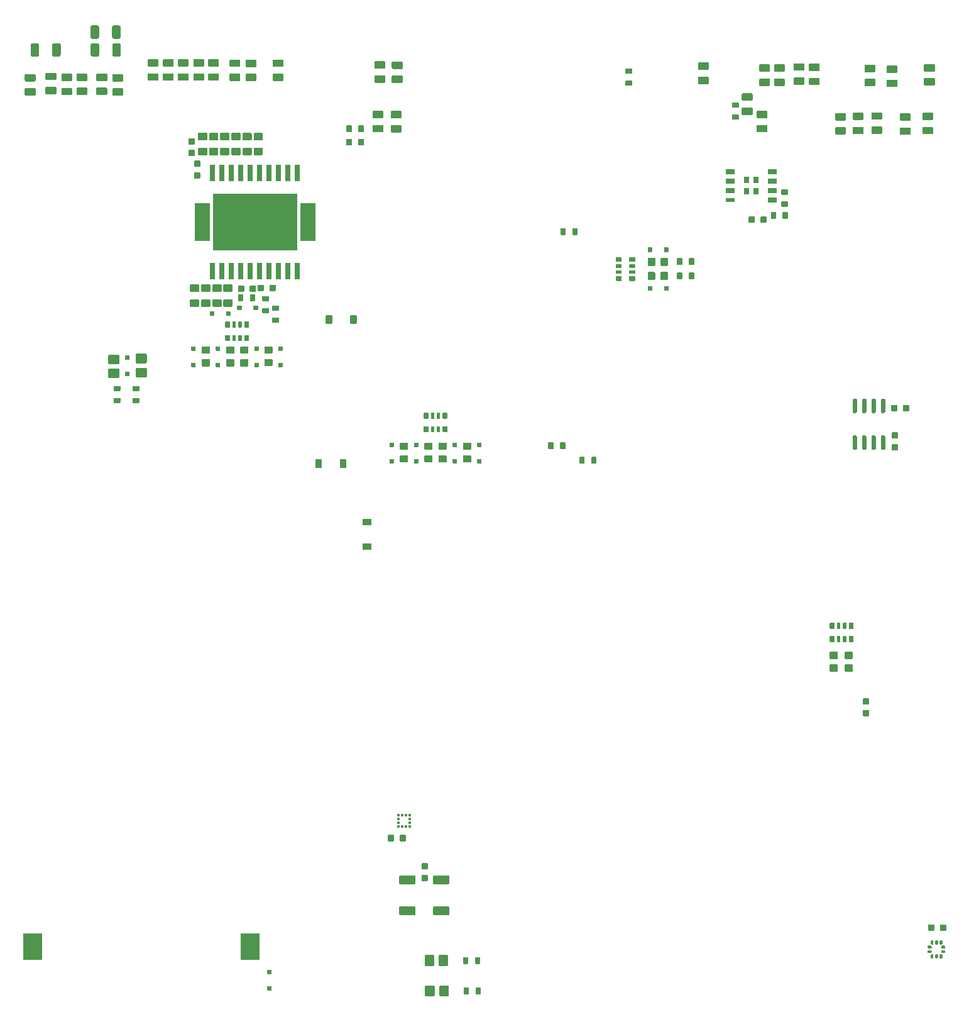
<source format=gtp>
G04 #@! TF.GenerationSoftware,KiCad,Pcbnew,(6.0.1)*
G04 #@! TF.CreationDate,2022-06-23T10:41:42+03:00*
G04 #@! TF.ProjectId,hellen64_NA6_94,68656c6c-656e-4363-945f-4e41365f3934,b*
G04 #@! TF.SameCoordinates,PX141ef50PYa2cc1bc*
G04 #@! TF.FileFunction,Paste,Top*
G04 #@! TF.FilePolarity,Positive*
%FSLAX46Y46*%
G04 Gerber Fmt 4.6, Leading zero omitted, Abs format (unit mm)*
G04 Created by KiCad (PCBNEW (6.0.1)) date 2022-06-23 10:41:42*
%MOMM*%
%LPD*%
G01*
G04 APERTURE LIST*
%ADD10O,0.000001X0.000001*%
%ADD11R,0.375000X0.350000*%
%ADD12R,0.350000X0.375000*%
%ADD13R,2.600000X3.600000*%
%ADD14R,1.310000X0.650000*%
%ADD15R,1.310000X0.600000*%
%ADD16R,0.795000X0.900000*%
%ADD17R,0.800000X2.200000*%
%ADD18R,2.032000X5.080000*%
%ADD19R,11.430000X7.620000*%
G04 APERTURE END LIST*
D10*
G04 #@! TO.C,M4*
X89968539Y5845064D03*
X82218547Y19395047D03*
X82988541Y4570030D03*
G04 #@! TD*
G04 #@! TO.C,R57*
G36*
G01*
X58321680Y120375340D02*
X58321680Y119595340D01*
G75*
G02*
X58251680Y119525340I-70000J0D01*
G01*
X57691680Y119525340D01*
G75*
G02*
X57621680Y119595340I0J70000D01*
G01*
X57621680Y120375340D01*
G75*
G02*
X57691680Y120445340I70000J0D01*
G01*
X58251680Y120445340D01*
G75*
G02*
X58321680Y120375340I0J-70000D01*
G01*
G37*
G36*
G01*
X56721680Y120375340D02*
X56721680Y119595340D01*
G75*
G02*
X56651680Y119525340I-70000J0D01*
G01*
X56091680Y119525340D01*
G75*
G02*
X56021680Y119595340I0J70000D01*
G01*
X56021680Y120375340D01*
G75*
G02*
X56091680Y120445340I70000J0D01*
G01*
X56651680Y120445340D01*
G75*
G02*
X56721680Y120375340I0J-70000D01*
G01*
G37*
G04 #@! TD*
G04 #@! TO.C,R8*
G36*
G01*
X60886680Y121305339D02*
X59636680Y121305339D01*
G75*
G02*
X59536680Y121405339I0J100000D01*
G01*
X59536680Y122205339D01*
G75*
G02*
X59636680Y122305339I100000J0D01*
G01*
X60886680Y122305339D01*
G75*
G02*
X60986680Y122205339I0J-100000D01*
G01*
X60986680Y121405339D01*
G75*
G02*
X60886680Y121305339I-100000J0D01*
G01*
G37*
G36*
G01*
X60886680Y123205361D02*
X59636680Y123205361D01*
G75*
G02*
X59536680Y123305361I0J100000D01*
G01*
X59536680Y124105361D01*
G75*
G02*
X59636680Y124205361I100000J0D01*
G01*
X60886680Y124205361D01*
G75*
G02*
X60986680Y124105361I0J-100000D01*
G01*
X60986680Y123305361D01*
G75*
G02*
X60886680Y123205361I-100000J0D01*
G01*
G37*
G04 #@! TD*
G04 #@! TO.C,R32*
G36*
G01*
X38726680Y128255339D02*
X37476680Y128255339D01*
G75*
G02*
X37376680Y128355339I0J100000D01*
G01*
X37376680Y129155339D01*
G75*
G02*
X37476680Y129255339I100000J0D01*
G01*
X38726680Y129255339D01*
G75*
G02*
X38826680Y129155339I0J-100000D01*
G01*
X38826680Y128355339D01*
G75*
G02*
X38726680Y128255339I-100000J0D01*
G01*
G37*
G36*
G01*
X38726680Y130155361D02*
X37476680Y130155361D01*
G75*
G02*
X37376680Y130255361I0J100000D01*
G01*
X37376680Y131055361D01*
G75*
G02*
X37476680Y131155361I100000J0D01*
G01*
X38726680Y131155361D01*
G75*
G02*
X38826680Y131055361I0J-100000D01*
G01*
X38826680Y130255361D01*
G75*
G02*
X38726680Y130155361I-100000J0D01*
G01*
G37*
G04 #@! TD*
G04 #@! TO.C,R2*
G36*
G01*
X24710000Y87162500D02*
X25490000Y87162500D01*
G75*
G02*
X25560000Y87092500I0J-70000D01*
G01*
X25560000Y86532500D01*
G75*
G02*
X25490000Y86462500I-70000J0D01*
G01*
X24710000Y86462500D01*
G75*
G02*
X24640000Y86532500I0J70000D01*
G01*
X24640000Y87092500D01*
G75*
G02*
X24710000Y87162500I70000J0D01*
G01*
G37*
G36*
G01*
X24710000Y85562500D02*
X25490000Y85562500D01*
G75*
G02*
X25560000Y85492500I0J-70000D01*
G01*
X25560000Y84932500D01*
G75*
G02*
X25490000Y84862500I-70000J0D01*
G01*
X24710000Y84862500D01*
G75*
G02*
X24640000Y84932500I0J70000D01*
G01*
X24640000Y85492500D01*
G75*
G02*
X24710000Y85562500I70000J0D01*
G01*
G37*
G04 #@! TD*
G04 #@! TO.C,R4*
G36*
G01*
X113181680Y109745340D02*
X113181680Y110525340D01*
G75*
G02*
X113251680Y110595340I70000J0D01*
G01*
X113811680Y110595340D01*
G75*
G02*
X113881680Y110525340I0J-70000D01*
G01*
X113881680Y109745340D01*
G75*
G02*
X113811680Y109675340I-70000J0D01*
G01*
X113251680Y109675340D01*
G75*
G02*
X113181680Y109745340I0J70000D01*
G01*
G37*
G36*
G01*
X114781680Y109745340D02*
X114781680Y110525340D01*
G75*
G02*
X114851680Y110595340I70000J0D01*
G01*
X115411680Y110595340D01*
G75*
G02*
X115481680Y110525340I0J-70000D01*
G01*
X115481680Y109745340D01*
G75*
G02*
X115411680Y109675340I-70000J0D01*
G01*
X114851680Y109675340D01*
G75*
G02*
X114781680Y109745340I0J70000D01*
G01*
G37*
G04 #@! TD*
G04 #@! TO.C,C3*
G36*
G01*
X61596678Y25965340D02*
X61596678Y26645340D01*
G75*
G02*
X61681678Y26730340I85000J0D01*
G01*
X62361678Y26730340D01*
G75*
G02*
X62446678Y26645340I0J-85000D01*
G01*
X62446678Y25965340D01*
G75*
G02*
X62361678Y25880340I-85000J0D01*
G01*
X61681678Y25880340D01*
G75*
G02*
X61596678Y25965340I0J85000D01*
G01*
G37*
G36*
G01*
X63176680Y25965340D02*
X63176680Y26645340D01*
G75*
G02*
X63261680Y26730340I85000J0D01*
G01*
X63941680Y26730340D01*
G75*
G02*
X64026680Y26645340I0J-85000D01*
G01*
X64026680Y25965340D01*
G75*
G02*
X63941680Y25880340I-85000J0D01*
G01*
X63261680Y25880340D01*
G75*
G02*
X63176680Y25965340I0J85000D01*
G01*
G37*
G04 #@! TD*
G04 #@! TO.C,R9*
G36*
G01*
X44731680Y99275340D02*
X45511680Y99275340D01*
G75*
G02*
X45581680Y99205340I0J-70000D01*
G01*
X45581680Y98645340D01*
G75*
G02*
X45511680Y98575340I-70000J0D01*
G01*
X44731680Y98575340D01*
G75*
G02*
X44661680Y98645340I0J70000D01*
G01*
X44661680Y99205340D01*
G75*
G02*
X44731680Y99275340I70000J0D01*
G01*
G37*
G36*
G01*
X44731680Y97675340D02*
X45511680Y97675340D01*
G75*
G02*
X45581680Y97605340I0J-70000D01*
G01*
X45581680Y97045340D01*
G75*
G02*
X45511680Y96975340I-70000J0D01*
G01*
X44731680Y96975340D01*
G75*
G02*
X44661680Y97045340I0J70000D01*
G01*
X44661680Y97605340D01*
G75*
G02*
X44731680Y97675340I70000J0D01*
G01*
G37*
G04 #@! TD*
G04 #@! TO.C,R21*
G36*
G01*
X108791680Y123005340D02*
X108011680Y123005340D01*
G75*
G02*
X107941680Y123075340I0J70000D01*
G01*
X107941680Y123635340D01*
G75*
G02*
X108011680Y123705340I70000J0D01*
G01*
X108791680Y123705340D01*
G75*
G02*
X108861680Y123635340I0J-70000D01*
G01*
X108861680Y123075340D01*
G75*
G02*
X108791680Y123005340I-70000J0D01*
G01*
G37*
G36*
G01*
X108791680Y124605340D02*
X108011680Y124605340D01*
G75*
G02*
X107941680Y124675340I0J70000D01*
G01*
X107941680Y125235340D01*
G75*
G02*
X108011680Y125305340I70000J0D01*
G01*
X108791680Y125305340D01*
G75*
G02*
X108861680Y125235340I0J-70000D01*
G01*
X108861680Y124675340D01*
G75*
G02*
X108791680Y124605340I-70000J0D01*
G01*
G37*
G04 #@! TD*
G04 #@! TO.C,M5*
X57244999Y68321715D03*
G04 #@! TD*
G04 #@! TO.C,R36*
G36*
G01*
X30576680Y128255339D02*
X29326680Y128255339D01*
G75*
G02*
X29226680Y128355339I0J100000D01*
G01*
X29226680Y129155339D01*
G75*
G02*
X29326680Y129255339I100000J0D01*
G01*
X30576680Y129255339D01*
G75*
G02*
X30676680Y129155339I0J-100000D01*
G01*
X30676680Y128355339D01*
G75*
G02*
X30576680Y128255339I-100000J0D01*
G01*
G37*
G36*
G01*
X30576680Y130155361D02*
X29326680Y130155361D01*
G75*
G02*
X29226680Y130255361I0J100000D01*
G01*
X29226680Y131055361D01*
G75*
G02*
X29326680Y131155361I100000J0D01*
G01*
X30576680Y131155361D01*
G75*
G02*
X30676680Y131055361I0J-100000D01*
G01*
X30676680Y130255361D01*
G75*
G02*
X30576680Y130155361I-100000J0D01*
G01*
G37*
G04 #@! TD*
G04 #@! TO.C,D1*
G36*
G01*
X67906019Y6350340D02*
X67906019Y5110340D01*
G75*
G02*
X67776019Y4980340I-130000J0D01*
G01*
X66736019Y4980340D01*
G75*
G02*
X66606019Y5110340I0J130000D01*
G01*
X66606019Y6350340D01*
G75*
G02*
X66736019Y6480340I130000J0D01*
G01*
X67776019Y6480340D01*
G75*
G02*
X67906019Y6350340I0J-130000D01*
G01*
G37*
G36*
G01*
X69806040Y6350340D02*
X69806040Y5110340D01*
G75*
G02*
X69676040Y4980340I-130000J0D01*
G01*
X68636040Y4980340D01*
G75*
G02*
X68506040Y5110340I0J130000D01*
G01*
X68506040Y6350340D01*
G75*
G02*
X68636040Y6480340I130000J0D01*
G01*
X69676040Y6480340D01*
G75*
G02*
X69806040Y6350340I0J-130000D01*
G01*
G37*
G04 #@! TD*
G04 #@! TO.C,R48*
G36*
G01*
X112976680Y127555339D02*
X111726680Y127555339D01*
G75*
G02*
X111626680Y127655339I0J100000D01*
G01*
X111626680Y128455339D01*
G75*
G02*
X111726680Y128555339I100000J0D01*
G01*
X112976680Y128555339D01*
G75*
G02*
X113076680Y128455339I0J-100000D01*
G01*
X113076680Y127655339D01*
G75*
G02*
X112976680Y127555339I-100000J0D01*
G01*
G37*
G36*
G01*
X112976680Y129455361D02*
X111726680Y129455361D01*
G75*
G02*
X111626680Y129555361I0J100000D01*
G01*
X111626680Y130355361D01*
G75*
G02*
X111726680Y130455361I100000J0D01*
G01*
X112976680Y130455361D01*
G75*
G02*
X113076680Y130355361I0J-100000D01*
G01*
X113076680Y129555361D01*
G75*
G02*
X112976680Y129455361I-100000J0D01*
G01*
G37*
G04 #@! TD*
G04 #@! TO.C,D15*
G36*
G01*
X62411889Y79496090D02*
X62411889Y79016090D01*
G75*
G02*
X62351889Y78956090I-60000J0D01*
G01*
X61871889Y78956090D01*
G75*
G02*
X61811889Y79016090I0J60000D01*
G01*
X61811889Y79496090D01*
G75*
G02*
X61871889Y79556090I60000J0D01*
G01*
X62351889Y79556090D01*
G75*
G02*
X62411889Y79496090I0J-60000D01*
G01*
G37*
G36*
G01*
X62411889Y77296090D02*
X62411889Y76816090D01*
G75*
G02*
X62351889Y76756090I-60000J0D01*
G01*
X61871889Y76756090D01*
G75*
G02*
X61811889Y76816090I0J60000D01*
G01*
X61811889Y77296090D01*
G75*
G02*
X61871889Y77356090I60000J0D01*
G01*
X62351889Y77356090D01*
G75*
G02*
X62411889Y77296090I0J-60000D01*
G01*
G37*
G04 #@! TD*
G04 #@! TO.C,C7*
G36*
G01*
X34790197Y120526785D02*
X35470197Y120526785D01*
G75*
G02*
X35555197Y120441785I0J-85000D01*
G01*
X35555197Y119761785D01*
G75*
G02*
X35470197Y119676785I-85000J0D01*
G01*
X34790197Y119676785D01*
G75*
G02*
X34705197Y119761785I0J85000D01*
G01*
X34705197Y120441785D01*
G75*
G02*
X34790197Y120526785I85000J0D01*
G01*
G37*
G36*
G01*
X34790197Y118946783D02*
X35470197Y118946783D01*
G75*
G02*
X35555197Y118861783I0J-85000D01*
G01*
X35555197Y118181783D01*
G75*
G02*
X35470197Y118096783I-85000J0D01*
G01*
X34790197Y118096783D01*
G75*
G02*
X34705197Y118181783I0J85000D01*
G01*
X34705197Y118861783D01*
G75*
G02*
X34790197Y118946783I85000J0D01*
G01*
G37*
G04 #@! TD*
G04 #@! TO.C,C1*
G36*
G01*
X66211680Y22945341D02*
X66891680Y22945341D01*
G75*
G02*
X66976680Y22860341I0J-85000D01*
G01*
X66976680Y22180341D01*
G75*
G02*
X66891680Y22095341I-85000J0D01*
G01*
X66211680Y22095341D01*
G75*
G02*
X66126680Y22180341I0J85000D01*
G01*
X66126680Y22860341D01*
G75*
G02*
X66211680Y22945341I85000J0D01*
G01*
G37*
G36*
G01*
X66211680Y21365339D02*
X66891680Y21365339D01*
G75*
G02*
X66976680Y21280339I0J-85000D01*
G01*
X66976680Y20600339D01*
G75*
G02*
X66891680Y20515339I-85000J0D01*
G01*
X66211680Y20515339D01*
G75*
G02*
X66126680Y20600339I0J85000D01*
G01*
X66126680Y21280339D01*
G75*
G02*
X66211680Y21365339I85000J0D01*
G01*
G37*
G04 #@! TD*
G04 #@! TO.C,F3*
G36*
G01*
X22446670Y133905340D02*
X21756670Y133905340D01*
G75*
G02*
X21526670Y134135340I0J230000D01*
G01*
X21526670Y135475340D01*
G75*
G02*
X21756670Y135705340I230000J0D01*
G01*
X22446670Y135705340D01*
G75*
G02*
X22676670Y135475340I0J-230000D01*
G01*
X22676670Y134135340D01*
G75*
G02*
X22446670Y133905340I-230000J0D01*
G01*
G37*
G36*
G01*
X25346690Y133905340D02*
X24656690Y133905340D01*
G75*
G02*
X24426690Y134135340I0J230000D01*
G01*
X24426690Y135475340D01*
G75*
G02*
X24656690Y135705340I230000J0D01*
G01*
X25346690Y135705340D01*
G75*
G02*
X25576690Y135475340I0J-230000D01*
G01*
X25576690Y134135340D01*
G75*
G02*
X25346690Y133905340I-230000J0D01*
G01*
G37*
G04 #@! TD*
G04 #@! TO.C,S1*
G36*
G01*
X63221680Y21305341D02*
X65181680Y21305341D01*
G75*
G02*
X65301680Y21185341I0J-120000D01*
G01*
X65301680Y20225341D01*
G75*
G02*
X65181680Y20105341I-120000J0D01*
G01*
X63221680Y20105341D01*
G75*
G02*
X63101680Y20225341I0J120000D01*
G01*
X63101680Y21185341D01*
G75*
G02*
X63221680Y21305341I120000J0D01*
G01*
G37*
G36*
G01*
X63221680Y17105340D02*
X65181680Y17105340D01*
G75*
G02*
X65301680Y16985340I0J-120000D01*
G01*
X65301680Y16025340D01*
G75*
G02*
X65181680Y15905340I-120000J0D01*
G01*
X63221680Y15905340D01*
G75*
G02*
X63101680Y16025340I0J120000D01*
G01*
X63101680Y16985340D01*
G75*
G02*
X63221680Y17105340I120000J0D01*
G01*
G37*
G04 #@! TD*
G04 #@! TO.C,D6*
G36*
G01*
X71811891Y79556089D02*
X72711891Y79556089D01*
G75*
G02*
X72811891Y79456089I0J-100000D01*
G01*
X72811891Y78656089D01*
G75*
G02*
X72711891Y78556089I-100000J0D01*
G01*
X71811891Y78556089D01*
G75*
G02*
X71711891Y78656089I0J100000D01*
G01*
X71711891Y79456089D01*
G75*
G02*
X71811891Y79556089I100000J0D01*
G01*
G37*
G36*
G01*
X71811891Y77856089D02*
X72711891Y77856089D01*
G75*
G02*
X72811891Y77756089I0J-100000D01*
G01*
X72811891Y76956089D01*
G75*
G02*
X72711891Y76856089I-100000J0D01*
G01*
X71811891Y76856089D01*
G75*
G02*
X71711891Y76956089I0J100000D01*
G01*
X71711891Y77756089D01*
G75*
G02*
X71811891Y77856089I100000J0D01*
G01*
G37*
G04 #@! TD*
G04 #@! TO.C,C4*
G36*
G01*
X131806682Y84545340D02*
X131806682Y83865340D01*
G75*
G02*
X131721682Y83780340I-85000J0D01*
G01*
X131041682Y83780340D01*
G75*
G02*
X130956682Y83865340I0J85000D01*
G01*
X130956682Y84545340D01*
G75*
G02*
X131041682Y84630340I85000J0D01*
G01*
X131721682Y84630340D01*
G75*
G02*
X131806682Y84545340I0J-85000D01*
G01*
G37*
G36*
G01*
X130226680Y84545340D02*
X130226680Y83865340D01*
G75*
G02*
X130141680Y83780340I-85000J0D01*
G01*
X129461680Y83780340D01*
G75*
G02*
X129376680Y83865340I0J85000D01*
G01*
X129376680Y84545340D01*
G75*
G02*
X129461680Y84630340I85000J0D01*
G01*
X130141680Y84630340D01*
G75*
G02*
X130226680Y84545340I0J-85000D01*
G01*
G37*
G04 #@! TD*
G04 #@! TO.C,R24*
G36*
G01*
X112626680Y121305339D02*
X111376680Y121305339D01*
G75*
G02*
X111276680Y121405339I0J100000D01*
G01*
X111276680Y122205339D01*
G75*
G02*
X111376680Y122305339I100000J0D01*
G01*
X112626680Y122305339D01*
G75*
G02*
X112726680Y122205339I0J-100000D01*
G01*
X112726680Y121405339D01*
G75*
G02*
X112626680Y121305339I-100000J0D01*
G01*
G37*
G36*
G01*
X112626680Y123205361D02*
X111376680Y123205361D01*
G75*
G02*
X111276680Y123305361I0J100000D01*
G01*
X111276680Y124105361D01*
G75*
G02*
X111376680Y124205361I100000J0D01*
G01*
X112626680Y124205361D01*
G75*
G02*
X112726680Y124105361I0J-100000D01*
G01*
X112726680Y123305361D01*
G75*
G02*
X112626680Y123205361I-100000J0D01*
G01*
G37*
G04 #@! TD*
G04 #@! TO.C,D28*
G36*
G01*
X55996680Y77215340D02*
X55996680Y76195340D01*
G75*
G02*
X55906680Y76105340I-90000J0D01*
G01*
X55186680Y76105340D01*
G75*
G02*
X55096680Y76195340I0J90000D01*
G01*
X55096680Y77215340D01*
G75*
G02*
X55186680Y77305340I90000J0D01*
G01*
X55906680Y77305340D01*
G75*
G02*
X55996680Y77215340I0J-90000D01*
G01*
G37*
G36*
G01*
X52696680Y77215340D02*
X52696680Y76195340D01*
G75*
G02*
X52606680Y76105340I-90000J0D01*
G01*
X51886680Y76105340D01*
G75*
G02*
X51796680Y76195340I0J90000D01*
G01*
X51796680Y77215340D01*
G75*
G02*
X51886680Y77305340I90000J0D01*
G01*
X52606680Y77305340D01*
G75*
G02*
X52696680Y77215340I0J-90000D01*
G01*
G37*
G04 #@! TD*
G04 #@! TO.C,R33*
G36*
G01*
X32626680Y128255339D02*
X31376680Y128255339D01*
G75*
G02*
X31276680Y128355339I0J100000D01*
G01*
X31276680Y129155339D01*
G75*
G02*
X31376680Y129255339I100000J0D01*
G01*
X32626680Y129255339D01*
G75*
G02*
X32726680Y129155339I0J-100000D01*
G01*
X32726680Y128355339D01*
G75*
G02*
X32626680Y128255339I-100000J0D01*
G01*
G37*
G36*
G01*
X32626680Y130155361D02*
X31376680Y130155361D01*
G75*
G02*
X31276680Y130255361I0J100000D01*
G01*
X31276680Y131055361D01*
G75*
G02*
X31376680Y131155361I100000J0D01*
G01*
X32626680Y131155361D01*
G75*
G02*
X32726680Y131055361I0J-100000D01*
G01*
X32726680Y130255361D01*
G75*
G02*
X32626680Y130155361I-100000J0D01*
G01*
G37*
G04 #@! TD*
G04 #@! TO.C,D12*
G36*
G01*
X74199386Y79494591D02*
X74199386Y79014591D01*
G75*
G02*
X74139386Y78954591I-60000J0D01*
G01*
X73659386Y78954591D01*
G75*
G02*
X73599386Y79014591I0J60000D01*
G01*
X73599386Y79494591D01*
G75*
G02*
X73659386Y79554591I60000J0D01*
G01*
X74139386Y79554591D01*
G75*
G02*
X74199386Y79494591I0J-60000D01*
G01*
G37*
G36*
G01*
X74199386Y77294591D02*
X74199386Y76814591D01*
G75*
G02*
X74139386Y76754591I-60000J0D01*
G01*
X73659386Y76754591D01*
G75*
G02*
X73599386Y76814591I0J60000D01*
G01*
X73599386Y77294591D01*
G75*
G02*
X73659386Y77354591I60000J0D01*
G01*
X74139386Y77354591D01*
G75*
G02*
X74199386Y77294591I0J-60000D01*
G01*
G37*
G04 #@! TD*
G04 #@! TO.C,R42*
G36*
G01*
X14016221Y126259437D02*
X12766221Y126259437D01*
G75*
G02*
X12666221Y126359437I0J100000D01*
G01*
X12666221Y127159437D01*
G75*
G02*
X12766221Y127259437I100000J0D01*
G01*
X14016221Y127259437D01*
G75*
G02*
X14116221Y127159437I0J-100000D01*
G01*
X14116221Y126359437D01*
G75*
G02*
X14016221Y126259437I-100000J0D01*
G01*
G37*
G36*
G01*
X14016221Y128159459D02*
X12766221Y128159459D01*
G75*
G02*
X12666221Y128259459I0J100000D01*
G01*
X12666221Y129059459D01*
G75*
G02*
X12766221Y129159459I100000J0D01*
G01*
X14016221Y129159459D01*
G75*
G02*
X14116221Y129059459I0J-100000D01*
G01*
X14116221Y128259459D01*
G75*
G02*
X14016221Y128159459I-100000J0D01*
G01*
G37*
G04 #@! TD*
G04 #@! TO.C,D22*
G36*
G01*
X38989177Y92443841D02*
X38989177Y91963841D01*
G75*
G02*
X38929177Y91903841I-60000J0D01*
G01*
X38449177Y91903841D01*
G75*
G02*
X38389177Y91963841I0J60000D01*
G01*
X38389177Y92443841D01*
G75*
G02*
X38449177Y92503841I60000J0D01*
G01*
X38929177Y92503841D01*
G75*
G02*
X38989177Y92443841I0J-60000D01*
G01*
G37*
G36*
G01*
X38989177Y90243841D02*
X38989177Y89763841D01*
G75*
G02*
X38929177Y89703841I-60000J0D01*
G01*
X38449177Y89703841D01*
G75*
G02*
X38389177Y89763841I0J60000D01*
G01*
X38389177Y90243841D01*
G75*
G02*
X38449177Y90303841I60000J0D01*
G01*
X38929177Y90303841D01*
G75*
G02*
X38989177Y90243841I0J-60000D01*
G01*
G37*
G04 #@! TD*
G04 #@! TO.C,D11*
G36*
G01*
X28995000Y90212521D02*
X27755000Y90212521D01*
G75*
G02*
X27625000Y90342521I0J130000D01*
G01*
X27625000Y91382521D01*
G75*
G02*
X27755000Y91512521I130000J0D01*
G01*
X28995000Y91512521D01*
G75*
G02*
X29125000Y91382521I0J-130000D01*
G01*
X29125000Y90342521D01*
G75*
G02*
X28995000Y90212521I-130000J0D01*
G01*
G37*
G36*
G01*
X28995000Y88312500D02*
X27755000Y88312500D01*
G75*
G02*
X27625000Y88442500I0J130000D01*
G01*
X27625000Y89482500D01*
G75*
G02*
X27755000Y89612500I130000J0D01*
G01*
X28995000Y89612500D01*
G75*
G02*
X29125000Y89482500I0J-130000D01*
G01*
X29125000Y88442500D01*
G75*
G02*
X28995000Y88312500I-130000J0D01*
G01*
G37*
G04 #@! TD*
G04 #@! TO.C,C17*
G36*
G01*
X39526680Y100830340D02*
X40576680Y100830340D01*
G75*
G02*
X40676680Y100730340I0J-100000D01*
G01*
X40676680Y99930340D01*
G75*
G02*
X40576680Y99830340I-100000J0D01*
G01*
X39526680Y99830340D01*
G75*
G02*
X39426680Y99930340I0J100000D01*
G01*
X39426680Y100730340D01*
G75*
G02*
X39526680Y100830340I100000J0D01*
G01*
G37*
G36*
G01*
X39526680Y98830340D02*
X40576680Y98830340D01*
G75*
G02*
X40676680Y98730340I0J-100000D01*
G01*
X40676680Y97930340D01*
G75*
G02*
X40576680Y97830340I-100000J0D01*
G01*
X39526680Y97830340D01*
G75*
G02*
X39426680Y97930340I0J100000D01*
G01*
X39426680Y98730340D01*
G75*
G02*
X39526680Y98830340I100000J0D01*
G01*
G37*
G04 #@! TD*
G04 #@! TO.C,R11*
G36*
G01*
X93671680Y129895340D02*
X94451680Y129895340D01*
G75*
G02*
X94521680Y129825340I0J-70000D01*
G01*
X94521680Y129265340D01*
G75*
G02*
X94451680Y129195340I-70000J0D01*
G01*
X93671680Y129195340D01*
G75*
G02*
X93601680Y129265340I0J70000D01*
G01*
X93601680Y129825340D01*
G75*
G02*
X93671680Y129895340I70000J0D01*
G01*
G37*
G36*
G01*
X93671680Y128295340D02*
X94451680Y128295340D01*
G75*
G02*
X94521680Y128225340I0J-70000D01*
G01*
X94521680Y127665340D01*
G75*
G02*
X94451680Y127595340I-70000J0D01*
G01*
X93671680Y127595340D01*
G75*
G02*
X93601680Y127665340I0J70000D01*
G01*
X93601680Y128225340D01*
G75*
G02*
X93671680Y128295340I70000J0D01*
G01*
G37*
G04 #@! TD*
G04 #@! TO.C,R6*
G36*
G01*
X69611889Y83491090D02*
X69611889Y82821090D01*
G75*
G02*
X69546889Y82756090I-65000J0D01*
G01*
X69026889Y82756090D01*
G75*
G02*
X68961889Y82821090I0J65000D01*
G01*
X68961889Y83491090D01*
G75*
G02*
X69026889Y83556090I65000J0D01*
G01*
X69546889Y83556090D01*
G75*
G02*
X69611889Y83491090I0J-65000D01*
G01*
G37*
G36*
G01*
X68636889Y83511090D02*
X68636889Y82801090D01*
G75*
G02*
X68591889Y82756090I-45000J0D01*
G01*
X68231889Y82756090D01*
G75*
G02*
X68186889Y82801090I0J45000D01*
G01*
X68186889Y83511090D01*
G75*
G02*
X68231889Y83556090I45000J0D01*
G01*
X68591889Y83556090D01*
G75*
G02*
X68636889Y83511090I0J-45000D01*
G01*
G37*
G36*
G01*
X67836889Y83511090D02*
X67836889Y82801090D01*
G75*
G02*
X67791889Y82756090I-45000J0D01*
G01*
X67431889Y82756090D01*
G75*
G02*
X67386889Y82801090I0J45000D01*
G01*
X67386889Y83511090D01*
G75*
G02*
X67431889Y83556090I45000J0D01*
G01*
X67791889Y83556090D01*
G75*
G02*
X67836889Y83511090I0J-45000D01*
G01*
G37*
G36*
G01*
X67061889Y83491090D02*
X67061889Y82821090D01*
G75*
G02*
X66996889Y82756090I-65000J0D01*
G01*
X66476889Y82756090D01*
G75*
G02*
X66411889Y82821090I0J65000D01*
G01*
X66411889Y83491090D01*
G75*
G02*
X66476889Y83556090I65000J0D01*
G01*
X66996889Y83556090D01*
G75*
G02*
X67061889Y83491090I0J-65000D01*
G01*
G37*
G36*
G01*
X67061889Y81691090D02*
X67061889Y81021090D01*
G75*
G02*
X66996889Y80956090I-65000J0D01*
G01*
X66476889Y80956090D01*
G75*
G02*
X66411889Y81021090I0J65000D01*
G01*
X66411889Y81691090D01*
G75*
G02*
X66476889Y81756090I65000J0D01*
G01*
X66996889Y81756090D01*
G75*
G02*
X67061889Y81691090I0J-65000D01*
G01*
G37*
G36*
G01*
X67836889Y81711090D02*
X67836889Y81001090D01*
G75*
G02*
X67791889Y80956090I-45000J0D01*
G01*
X67431889Y80956090D01*
G75*
G02*
X67386889Y81001090I0J45000D01*
G01*
X67386889Y81711090D01*
G75*
G02*
X67431889Y81756090I45000J0D01*
G01*
X67791889Y81756090D01*
G75*
G02*
X67836889Y81711090I0J-45000D01*
G01*
G37*
G36*
G01*
X68636889Y81711090D02*
X68636889Y81001090D01*
G75*
G02*
X68591889Y80956090I-45000J0D01*
G01*
X68231889Y80956090D01*
G75*
G02*
X68186889Y81001090I0J45000D01*
G01*
X68186889Y81711090D01*
G75*
G02*
X68231889Y81756090I45000J0D01*
G01*
X68591889Y81756090D01*
G75*
G02*
X68636889Y81711090I0J-45000D01*
G01*
G37*
G36*
G01*
X69611889Y81691090D02*
X69611889Y81021090D01*
G75*
G02*
X69546889Y80956090I-65000J0D01*
G01*
X69026889Y80956090D01*
G75*
G02*
X68961889Y81021090I0J65000D01*
G01*
X68961889Y81691090D01*
G75*
G02*
X69026889Y81756090I65000J0D01*
G01*
X69546889Y81756090D01*
G75*
G02*
X69611889Y81691090I0J-65000D01*
G01*
G37*
G04 #@! TD*
G04 #@! TO.C,R43*
G36*
G01*
X128076680Y121105339D02*
X126826680Y121105339D01*
G75*
G02*
X126726680Y121205339I0J100000D01*
G01*
X126726680Y122005339D01*
G75*
G02*
X126826680Y122105339I100000J0D01*
G01*
X128076680Y122105339D01*
G75*
G02*
X128176680Y122005339I0J-100000D01*
G01*
X128176680Y121205339D01*
G75*
G02*
X128076680Y121105339I-100000J0D01*
G01*
G37*
G36*
G01*
X128076680Y123005361D02*
X126826680Y123005361D01*
G75*
G02*
X126726680Y123105361I0J100000D01*
G01*
X126726680Y123905361D01*
G75*
G02*
X126826680Y124005361I100000J0D01*
G01*
X128076680Y124005361D01*
G75*
G02*
X128176680Y123905361I0J-100000D01*
G01*
X128176680Y123105361D01*
G75*
G02*
X128076680Y123005361I-100000J0D01*
G01*
G37*
G04 #@! TD*
G04 #@! TO.C,R55*
G36*
G01*
X87151680Y108345340D02*
X87151680Y107565340D01*
G75*
G02*
X87081680Y107495340I-70000J0D01*
G01*
X86521680Y107495340D01*
G75*
G02*
X86451680Y107565340I0J70000D01*
G01*
X86451680Y108345340D01*
G75*
G02*
X86521680Y108415340I70000J0D01*
G01*
X87081680Y108415340D01*
G75*
G02*
X87151680Y108345340I0J-70000D01*
G01*
G37*
G36*
G01*
X85551680Y108345340D02*
X85551680Y107565340D01*
G75*
G02*
X85481680Y107495340I-70000J0D01*
G01*
X84921680Y107495340D01*
G75*
G02*
X84851680Y107565340I0J70000D01*
G01*
X84851680Y108345340D01*
G75*
G02*
X84921680Y108415340I70000J0D01*
G01*
X85481680Y108415340D01*
G75*
G02*
X85551680Y108345340I0J-70000D01*
G01*
G37*
G04 #@! TD*
G04 #@! TO.C,R52*
G36*
G01*
X63306680Y121295339D02*
X62056680Y121295339D01*
G75*
G02*
X61956680Y121395339I0J100000D01*
G01*
X61956680Y122195339D01*
G75*
G02*
X62056680Y122295339I100000J0D01*
G01*
X63306680Y122295339D01*
G75*
G02*
X63406680Y122195339I0J-100000D01*
G01*
X63406680Y121395339D01*
G75*
G02*
X63306680Y121295339I-100000J0D01*
G01*
G37*
G36*
G01*
X63306680Y123195361D02*
X62056680Y123195361D01*
G75*
G02*
X61956680Y123295361I0J100000D01*
G01*
X61956680Y124095361D01*
G75*
G02*
X62056680Y124195361I100000J0D01*
G01*
X63306680Y124195361D01*
G75*
G02*
X63406680Y124095361I0J-100000D01*
G01*
X63406680Y123295361D01*
G75*
G02*
X63306680Y123195361I-100000J0D01*
G01*
G37*
G04 #@! TD*
G04 #@! TO.C,D30*
G36*
G01*
X96662380Y100599897D02*
X97142380Y100599897D01*
G75*
G02*
X97202380Y100539897I0J-60000D01*
G01*
X97202380Y100059897D01*
G75*
G02*
X97142380Y99999897I-60000J0D01*
G01*
X96662380Y99999897D01*
G75*
G02*
X96602380Y100059897I0J60000D01*
G01*
X96602380Y100539897D01*
G75*
G02*
X96662380Y100599897I60000J0D01*
G01*
G37*
G36*
G01*
X98862380Y100599897D02*
X99342380Y100599897D01*
G75*
G02*
X99402380Y100539897I0J-60000D01*
G01*
X99402380Y100059897D01*
G75*
G02*
X99342380Y99999897I-60000J0D01*
G01*
X98862380Y99999897D01*
G75*
G02*
X98802380Y100059897I0J60000D01*
G01*
X98802380Y100539897D01*
G75*
G02*
X98862380Y100599897I60000J0D01*
G01*
G37*
G04 #@! TD*
G04 #@! TO.C,M8*
X58359046Y98199900D03*
G04 #@! TD*
G04 #@! TO.C,R17*
G36*
G01*
X130676680Y123865341D02*
X131926680Y123865341D01*
G75*
G02*
X132026680Y123765341I0J-100000D01*
G01*
X132026680Y122965341D01*
G75*
G02*
X131926680Y122865341I-100000J0D01*
G01*
X130676680Y122865341D01*
G75*
G02*
X130576680Y122965341I0J100000D01*
G01*
X130576680Y123765341D01*
G75*
G02*
X130676680Y123865341I100000J0D01*
G01*
G37*
G36*
G01*
X130676680Y121965319D02*
X131926680Y121965319D01*
G75*
G02*
X132026680Y121865319I0J-100000D01*
G01*
X132026680Y121065319D01*
G75*
G02*
X131926680Y120965319I-100000J0D01*
G01*
X130676680Y120965319D01*
G75*
G02*
X130576680Y121065319I0J100000D01*
G01*
X130576680Y121865319D01*
G75*
G02*
X130676680Y121965319I100000J0D01*
G01*
G37*
G04 #@! TD*
G04 #@! TO.C,M13*
X104618539Y19553554D03*
G04 #@! TD*
G04 #@! TO.C,S2*
G36*
G01*
X67796680Y21305341D02*
X69756680Y21305341D01*
G75*
G02*
X69876680Y21185341I0J-120000D01*
G01*
X69876680Y20225341D01*
G75*
G02*
X69756680Y20105341I-120000J0D01*
G01*
X67796680Y20105341D01*
G75*
G02*
X67676680Y20225341I0J120000D01*
G01*
X67676680Y21185341D01*
G75*
G02*
X67796680Y21305341I120000J0D01*
G01*
G37*
G36*
G01*
X67796680Y17105340D02*
X69756680Y17105340D01*
G75*
G02*
X69876680Y16985340I0J-120000D01*
G01*
X69876680Y16025340D01*
G75*
G02*
X69756680Y15905340I-120000J0D01*
G01*
X67796680Y15905340D01*
G75*
G02*
X67676680Y16025340I0J120000D01*
G01*
X67676680Y16985340D01*
G75*
G02*
X67796680Y17105340I120000J0D01*
G01*
G37*
G04 #@! TD*
G04 #@! TO.C,R40*
G36*
G01*
X18936680Y126305339D02*
X17686680Y126305339D01*
G75*
G02*
X17586680Y126405339I0J100000D01*
G01*
X17586680Y127205339D01*
G75*
G02*
X17686680Y127305339I100000J0D01*
G01*
X18936680Y127305339D01*
G75*
G02*
X19036680Y127205339I0J-100000D01*
G01*
X19036680Y126405339D01*
G75*
G02*
X18936680Y126305339I-100000J0D01*
G01*
G37*
G36*
G01*
X18936680Y128205361D02*
X17686680Y128205361D01*
G75*
G02*
X17586680Y128305361I0J100000D01*
G01*
X17586680Y129105361D01*
G75*
G02*
X17686680Y129205361I100000J0D01*
G01*
X18936680Y129205361D01*
G75*
G02*
X19036680Y129105361I0J-100000D01*
G01*
X19036680Y128305361D01*
G75*
G02*
X18936680Y128205361I-100000J0D01*
G01*
G37*
G04 #@! TD*
G04 #@! TO.C,D23*
G36*
G01*
X35701680Y92445340D02*
X35701680Y91965340D01*
G75*
G02*
X35641680Y91905340I-60000J0D01*
G01*
X35161680Y91905340D01*
G75*
G02*
X35101680Y91965340I0J60000D01*
G01*
X35101680Y92445340D01*
G75*
G02*
X35161680Y92505340I60000J0D01*
G01*
X35641680Y92505340D01*
G75*
G02*
X35701680Y92445340I0J-60000D01*
G01*
G37*
G36*
G01*
X35701680Y90245340D02*
X35701680Y89765340D01*
G75*
G02*
X35641680Y89705340I-60000J0D01*
G01*
X35161680Y89705340D01*
G75*
G02*
X35101680Y89765340I0J60000D01*
G01*
X35101680Y90245340D01*
G75*
G02*
X35161680Y90305340I60000J0D01*
G01*
X35641680Y90305340D01*
G75*
G02*
X35701680Y90245340I0J-60000D01*
G01*
G37*
G04 #@! TD*
G04 #@! TO.C,D26*
G36*
G01*
X96602381Y103412402D02*
X96602381Y104312402D01*
G75*
G02*
X96702381Y104412402I100000J0D01*
G01*
X97502381Y104412402D01*
G75*
G02*
X97602381Y104312402I0J-100000D01*
G01*
X97602381Y103412402D01*
G75*
G02*
X97502381Y103312402I-100000J0D01*
G01*
X96702381Y103312402D01*
G75*
G02*
X96602381Y103412402I0J100000D01*
G01*
G37*
G36*
G01*
X98302381Y103412402D02*
X98302381Y104312402D01*
G75*
G02*
X98402381Y104412402I100000J0D01*
G01*
X99202381Y104412402D01*
G75*
G02*
X99302381Y104312402I0J-100000D01*
G01*
X99302381Y103412402D01*
G75*
G02*
X99202381Y103312402I-100000J0D01*
G01*
X98402381Y103312402D01*
G75*
G02*
X98302381Y103412402I0J100000D01*
G01*
G37*
G04 #@! TD*
G04 #@! TO.C,C22*
G36*
G01*
X112616681Y109895340D02*
X112616681Y109215340D01*
G75*
G02*
X112531681Y109130340I-85000J0D01*
G01*
X111851681Y109130340D01*
G75*
G02*
X111766681Y109215340I0J85000D01*
G01*
X111766681Y109895340D01*
G75*
G02*
X111851681Y109980340I85000J0D01*
G01*
X112531681Y109980340D01*
G75*
G02*
X112616681Y109895340I0J-85000D01*
G01*
G37*
G36*
G01*
X111036679Y109895340D02*
X111036679Y109215340D01*
G75*
G02*
X110951679Y109130340I-85000J0D01*
G01*
X110271679Y109130340D01*
G75*
G02*
X110186679Y109215340I0J85000D01*
G01*
X110186679Y109895340D01*
G75*
G02*
X110271679Y109980340I85000J0D01*
G01*
X110951679Y109980340D01*
G75*
G02*
X111036679Y109895340I0J-85000D01*
G01*
G37*
G04 #@! TD*
G04 #@! TO.C,C16*
G36*
G01*
X43596680Y121225340D02*
X44646680Y121225340D01*
G75*
G02*
X44746680Y121125340I0J-100000D01*
G01*
X44746680Y120325340D01*
G75*
G02*
X44646680Y120225340I-100000J0D01*
G01*
X43596680Y120225340D01*
G75*
G02*
X43496680Y120325340I0J100000D01*
G01*
X43496680Y121125340D01*
G75*
G02*
X43596680Y121225340I100000J0D01*
G01*
G37*
G36*
G01*
X43596680Y119225340D02*
X44646680Y119225340D01*
G75*
G02*
X44746680Y119125340I0J-100000D01*
G01*
X44746680Y118325340D01*
G75*
G02*
X44646680Y118225340I-100000J0D01*
G01*
X43596680Y118225340D01*
G75*
G02*
X43496680Y118325340I0J100000D01*
G01*
X43496680Y119125340D01*
G75*
G02*
X43596680Y119225340I100000J0D01*
G01*
G37*
G04 #@! TD*
G04 #@! TO.C,R16*
G36*
G01*
X92367380Y104512400D02*
X93037380Y104512400D01*
G75*
G02*
X93102380Y104447400I0J-65000D01*
G01*
X93102380Y103927400D01*
G75*
G02*
X93037380Y103862400I-65000J0D01*
G01*
X92367380Y103862400D01*
G75*
G02*
X92302380Y103927400I0J65000D01*
G01*
X92302380Y104447400D01*
G75*
G02*
X92367380Y104512400I65000J0D01*
G01*
G37*
G36*
G01*
X92347380Y103537400D02*
X93057380Y103537400D01*
G75*
G02*
X93102380Y103492400I0J-45000D01*
G01*
X93102380Y103132400D01*
G75*
G02*
X93057380Y103087400I-45000J0D01*
G01*
X92347380Y103087400D01*
G75*
G02*
X92302380Y103132400I0J45000D01*
G01*
X92302380Y103492400D01*
G75*
G02*
X92347380Y103537400I45000J0D01*
G01*
G37*
G36*
G01*
X92347380Y102737400D02*
X93057380Y102737400D01*
G75*
G02*
X93102380Y102692400I0J-45000D01*
G01*
X93102380Y102332400D01*
G75*
G02*
X93057380Y102287400I-45000J0D01*
G01*
X92347380Y102287400D01*
G75*
G02*
X92302380Y102332400I0J45000D01*
G01*
X92302380Y102692400D01*
G75*
G02*
X92347380Y102737400I45000J0D01*
G01*
G37*
G36*
G01*
X92367380Y101962400D02*
X93037380Y101962400D01*
G75*
G02*
X93102380Y101897400I0J-65000D01*
G01*
X93102380Y101377400D01*
G75*
G02*
X93037380Y101312400I-65000J0D01*
G01*
X92367380Y101312400D01*
G75*
G02*
X92302380Y101377400I0J65000D01*
G01*
X92302380Y101897400D01*
G75*
G02*
X92367380Y101962400I65000J0D01*
G01*
G37*
G36*
G01*
X94167380Y101962400D02*
X94837380Y101962400D01*
G75*
G02*
X94902380Y101897400I0J-65000D01*
G01*
X94902380Y101377400D01*
G75*
G02*
X94837380Y101312400I-65000J0D01*
G01*
X94167380Y101312400D01*
G75*
G02*
X94102380Y101377400I0J65000D01*
G01*
X94102380Y101897400D01*
G75*
G02*
X94167380Y101962400I65000J0D01*
G01*
G37*
G36*
G01*
X94147380Y102737400D02*
X94857380Y102737400D01*
G75*
G02*
X94902380Y102692400I0J-45000D01*
G01*
X94902380Y102332400D01*
G75*
G02*
X94857380Y102287400I-45000J0D01*
G01*
X94147380Y102287400D01*
G75*
G02*
X94102380Y102332400I0J45000D01*
G01*
X94102380Y102692400D01*
G75*
G02*
X94147380Y102737400I45000J0D01*
G01*
G37*
G36*
G01*
X94147380Y103537400D02*
X94857380Y103537400D01*
G75*
G02*
X94902380Y103492400I0J-45000D01*
G01*
X94902380Y103132400D01*
G75*
G02*
X94857380Y103087400I-45000J0D01*
G01*
X94147380Y103087400D01*
G75*
G02*
X94102380Y103132400I0J45000D01*
G01*
X94102380Y103492400D01*
G75*
G02*
X94147380Y103537400I45000J0D01*
G01*
G37*
G36*
G01*
X94167380Y104512400D02*
X94837380Y104512400D01*
G75*
G02*
X94902380Y104447400I0J-65000D01*
G01*
X94902380Y103927400D01*
G75*
G02*
X94837380Y103862400I-65000J0D01*
G01*
X94167380Y103862400D01*
G75*
G02*
X94102380Y103927400I0J65000D01*
G01*
X94102380Y104447400D01*
G75*
G02*
X94167380Y104512400I65000J0D01*
G01*
G37*
G04 #@! TD*
G04 #@! TO.C,D9*
G36*
G01*
X63311891Y79556089D02*
X64211891Y79556089D01*
G75*
G02*
X64311891Y79456089I0J-100000D01*
G01*
X64311891Y78656089D01*
G75*
G02*
X64211891Y78556089I-100000J0D01*
G01*
X63311891Y78556089D01*
G75*
G02*
X63211891Y78656089I0J100000D01*
G01*
X63211891Y79456089D01*
G75*
G02*
X63311891Y79556089I100000J0D01*
G01*
G37*
G36*
G01*
X63311891Y77856089D02*
X64211891Y77856089D01*
G75*
G02*
X64311891Y77756089I0J-100000D01*
G01*
X64311891Y76956089D01*
G75*
G02*
X64211891Y76856089I-100000J0D01*
G01*
X63311891Y76856089D01*
G75*
G02*
X63211891Y76956089I0J100000D01*
G01*
X63211891Y77756089D01*
G75*
G02*
X63311891Y77856089I100000J0D01*
G01*
G37*
G04 #@! TD*
G04 #@! TO.C,D8*
G36*
G01*
X66611891Y79556089D02*
X67511891Y79556089D01*
G75*
G02*
X67611891Y79456089I0J-100000D01*
G01*
X67611891Y78656089D01*
G75*
G02*
X67511891Y78556089I-100000J0D01*
G01*
X66611891Y78556089D01*
G75*
G02*
X66511891Y78656089I0J100000D01*
G01*
X66511891Y79456089D01*
G75*
G02*
X66611891Y79556089I100000J0D01*
G01*
G37*
G36*
G01*
X66611891Y77856089D02*
X67511891Y77856089D01*
G75*
G02*
X67611891Y77756089I0J-100000D01*
G01*
X67611891Y76956089D01*
G75*
G02*
X67511891Y76856089I-100000J0D01*
G01*
X66611891Y76856089D01*
G75*
G02*
X66511891Y76956089I0J100000D01*
G01*
X66511891Y77756089D01*
G75*
G02*
X66611891Y77856089I100000J0D01*
G01*
G37*
G04 #@! TD*
G04 #@! TO.C,D14*
G36*
G01*
X65711889Y79496090D02*
X65711889Y79016090D01*
G75*
G02*
X65651889Y78956090I-60000J0D01*
G01*
X65171889Y78956090D01*
G75*
G02*
X65111889Y79016090I0J60000D01*
G01*
X65111889Y79496090D01*
G75*
G02*
X65171889Y79556090I60000J0D01*
G01*
X65651889Y79556090D01*
G75*
G02*
X65711889Y79496090I0J-60000D01*
G01*
G37*
G36*
G01*
X65711889Y77296090D02*
X65711889Y76816090D01*
G75*
G02*
X65651889Y76756090I-60000J0D01*
G01*
X65171889Y76756090D01*
G75*
G02*
X65111889Y76816090I0J60000D01*
G01*
X65111889Y77296090D01*
G75*
G02*
X65171889Y77356090I60000J0D01*
G01*
X65651889Y77356090D01*
G75*
G02*
X65711889Y77296090I0J-60000D01*
G01*
G37*
G04 #@! TD*
G04 #@! TO.C,C13*
G36*
G01*
X41646680Y118225340D02*
X40596680Y118225340D01*
G75*
G02*
X40496680Y118325340I0J100000D01*
G01*
X40496680Y119125340D01*
G75*
G02*
X40596680Y119225340I100000J0D01*
G01*
X41646680Y119225340D01*
G75*
G02*
X41746680Y119125340I0J-100000D01*
G01*
X41746680Y118325340D01*
G75*
G02*
X41646680Y118225340I-100000J0D01*
G01*
G37*
G36*
G01*
X41646680Y120225340D02*
X40596680Y120225340D01*
G75*
G02*
X40496680Y120325340I0J100000D01*
G01*
X40496680Y121125340D01*
G75*
G02*
X40596680Y121225340I100000J0D01*
G01*
X41646680Y121225340D01*
G75*
G02*
X41746680Y121125340I0J-100000D01*
G01*
X41746680Y120325340D01*
G75*
G02*
X41646680Y120225340I-100000J0D01*
G01*
G37*
G04 #@! TD*
G04 #@! TO.C,D29*
G36*
G01*
X96662380Y105812400D02*
X97142380Y105812400D01*
G75*
G02*
X97202380Y105752400I0J-60000D01*
G01*
X97202380Y105272400D01*
G75*
G02*
X97142380Y105212400I-60000J0D01*
G01*
X96662380Y105212400D01*
G75*
G02*
X96602380Y105272400I0J60000D01*
G01*
X96602380Y105752400D01*
G75*
G02*
X96662380Y105812400I60000J0D01*
G01*
G37*
G36*
G01*
X98862380Y105812400D02*
X99342380Y105812400D01*
G75*
G02*
X99402380Y105752400I0J-60000D01*
G01*
X99402380Y105272400D01*
G75*
G02*
X99342380Y105212400I-60000J0D01*
G01*
X98862380Y105212400D01*
G75*
G02*
X98802380Y105272400I0J60000D01*
G01*
X98802380Y105752400D01*
G75*
G02*
X98862380Y105812400I60000J0D01*
G01*
G37*
G04 #@! TD*
G04 #@! TO.C,R38*
G36*
G01*
X20976680Y126325339D02*
X19726680Y126325339D01*
G75*
G02*
X19626680Y126425339I0J100000D01*
G01*
X19626680Y127225339D01*
G75*
G02*
X19726680Y127325339I100000J0D01*
G01*
X20976680Y127325339D01*
G75*
G02*
X21076680Y127225339I0J-100000D01*
G01*
X21076680Y126425339D01*
G75*
G02*
X20976680Y126325339I-100000J0D01*
G01*
G37*
G36*
G01*
X20976680Y128225361D02*
X19726680Y128225361D01*
G75*
G02*
X19626680Y128325361I0J100000D01*
G01*
X19626680Y129125361D01*
G75*
G02*
X19726680Y129225361I100000J0D01*
G01*
X20976680Y129225361D01*
G75*
G02*
X21076680Y129125361I0J-100000D01*
G01*
X21076680Y128325361D01*
G75*
G02*
X20976680Y128225361I-100000J0D01*
G01*
G37*
G04 #@! TD*
G04 #@! TO.C,R44*
G36*
G01*
X127150000Y127499999D02*
X125900000Y127499999D01*
G75*
G02*
X125800000Y127599999I0J100000D01*
G01*
X125800000Y128399999D01*
G75*
G02*
X125900000Y128499999I100000J0D01*
G01*
X127150000Y128499999D01*
G75*
G02*
X127250000Y128399999I0J-100000D01*
G01*
X127250000Y127599999D01*
G75*
G02*
X127150000Y127499999I-100000J0D01*
G01*
G37*
G36*
G01*
X127150000Y129400021D02*
X125900000Y129400021D01*
G75*
G02*
X125800000Y129500021I0J100000D01*
G01*
X125800000Y130300021D01*
G75*
G02*
X125900000Y130400021I100000J0D01*
G01*
X127150000Y130400021D01*
G75*
G02*
X127250000Y130300021I0J-100000D01*
G01*
X127250000Y129500021D01*
G75*
G02*
X127150000Y129400021I-100000J0D01*
G01*
G37*
G04 #@! TD*
G04 #@! TO.C,C9*
G36*
G01*
X37146680Y118225340D02*
X36096680Y118225340D01*
G75*
G02*
X35996680Y118325340I0J100000D01*
G01*
X35996680Y119125340D01*
G75*
G02*
X36096680Y119225340I100000J0D01*
G01*
X37146680Y119225340D01*
G75*
G02*
X37246680Y119125340I0J-100000D01*
G01*
X37246680Y118325340D01*
G75*
G02*
X37146680Y118225340I-100000J0D01*
G01*
G37*
G36*
G01*
X37146680Y120225340D02*
X36096680Y120225340D01*
G75*
G02*
X35996680Y120325340I0J100000D01*
G01*
X35996680Y121125340D01*
G75*
G02*
X36096680Y121225340I100000J0D01*
G01*
X37146680Y121225340D01*
G75*
G02*
X37246680Y121125340I0J-100000D01*
G01*
X37246680Y120325340D01*
G75*
G02*
X37146680Y120225340I-100000J0D01*
G01*
G37*
G04 #@! TD*
G04 #@! TO.C,D16*
G36*
G01*
X45051680Y92512399D02*
X45951680Y92512399D01*
G75*
G02*
X46051680Y92412399I0J-100000D01*
G01*
X46051680Y91612399D01*
G75*
G02*
X45951680Y91512399I-100000J0D01*
G01*
X45051680Y91512399D01*
G75*
G02*
X44951680Y91612399I0J100000D01*
G01*
X44951680Y92412399D01*
G75*
G02*
X45051680Y92512399I100000J0D01*
G01*
G37*
G36*
G01*
X45051680Y90812399D02*
X45951680Y90812399D01*
G75*
G02*
X46051680Y90712399I0J-100000D01*
G01*
X46051680Y89912399D01*
G75*
G02*
X45951680Y89812399I-100000J0D01*
G01*
X45051680Y89812399D01*
G75*
G02*
X44951680Y89912399I0J100000D01*
G01*
X44951680Y90712399D01*
G75*
G02*
X45051680Y90812399I100000J0D01*
G01*
G37*
G04 #@! TD*
G04 #@! TO.C,R3*
G36*
G01*
X87401680Y76765340D02*
X87401680Y77545340D01*
G75*
G02*
X87471680Y77615340I70000J0D01*
G01*
X88031680Y77615340D01*
G75*
G02*
X88101680Y77545340I0J-70000D01*
G01*
X88101680Y76765340D01*
G75*
G02*
X88031680Y76695340I-70000J0D01*
G01*
X87471680Y76695340D01*
G75*
G02*
X87401680Y76765340I0J70000D01*
G01*
G37*
G36*
G01*
X89001680Y76765340D02*
X89001680Y77545340D01*
G75*
G02*
X89071680Y77615340I70000J0D01*
G01*
X89631680Y77615340D01*
G75*
G02*
X89701680Y77545340I0J-70000D01*
G01*
X89701680Y76765340D01*
G75*
G02*
X89631680Y76695340I-70000J0D01*
G01*
X89071680Y76695340D01*
G75*
G02*
X89001680Y76765340I0J70000D01*
G01*
G37*
G04 #@! TD*
G04 #@! TO.C,R10*
G36*
G01*
X43701680Y99445340D02*
X43701680Y98665340D01*
G75*
G02*
X43631680Y98595340I-70000J0D01*
G01*
X43071680Y98595340D01*
G75*
G02*
X43001680Y98665340I0J70000D01*
G01*
X43001680Y99445340D01*
G75*
G02*
X43071680Y99515340I70000J0D01*
G01*
X43631680Y99515340D01*
G75*
G02*
X43701680Y99445340I0J-70000D01*
G01*
G37*
G36*
G01*
X42101680Y99445340D02*
X42101680Y98665340D01*
G75*
G02*
X42031680Y98595340I-70000J0D01*
G01*
X41471680Y98595340D01*
G75*
G02*
X41401680Y98665340I0J70000D01*
G01*
X41401680Y99445340D01*
G75*
G02*
X41471680Y99515340I70000J0D01*
G01*
X42031680Y99515340D01*
G75*
G02*
X42101680Y99445340I0J-70000D01*
G01*
G37*
G04 #@! TD*
G04 #@! TO.C,D19*
G36*
G01*
X36601682Y92505339D02*
X37501682Y92505339D01*
G75*
G02*
X37601682Y92405339I0J-100000D01*
G01*
X37601682Y91605339D01*
G75*
G02*
X37501682Y91505339I-100000J0D01*
G01*
X36601682Y91505339D01*
G75*
G02*
X36501682Y91605339I0J100000D01*
G01*
X36501682Y92405339D01*
G75*
G02*
X36601682Y92505339I100000J0D01*
G01*
G37*
G36*
G01*
X36601682Y90805339D02*
X37501682Y90805339D01*
G75*
G02*
X37601682Y90705339I0J-100000D01*
G01*
X37601682Y89905339D01*
G75*
G02*
X37501682Y89805339I-100000J0D01*
G01*
X36601682Y89805339D01*
G75*
G02*
X36501682Y89905339I0J100000D01*
G01*
X36501682Y90705339D01*
G75*
G02*
X36601682Y90805339I100000J0D01*
G01*
G37*
G04 #@! TD*
G04 #@! TO.C,R30*
G36*
G01*
X41606680Y128215339D02*
X40356680Y128215339D01*
G75*
G02*
X40256680Y128315339I0J100000D01*
G01*
X40256680Y129115339D01*
G75*
G02*
X40356680Y129215339I100000J0D01*
G01*
X41606680Y129215339D01*
G75*
G02*
X41706680Y129115339I0J-100000D01*
G01*
X41706680Y128315339D01*
G75*
G02*
X41606680Y128215339I-100000J0D01*
G01*
G37*
G36*
G01*
X41606680Y130115361D02*
X40356680Y130115361D01*
G75*
G02*
X40256680Y130215361I0J100000D01*
G01*
X40256680Y131015361D01*
G75*
G02*
X40356680Y131115361I100000J0D01*
G01*
X41606680Y131115361D01*
G75*
G02*
X41706680Y131015361I0J-100000D01*
G01*
X41706680Y130215361D01*
G75*
G02*
X41606680Y130115361I-100000J0D01*
G01*
G37*
G04 #@! TD*
G04 #@! TO.C,D21*
G36*
G01*
X44201680Y92445340D02*
X44201680Y91965340D01*
G75*
G02*
X44141680Y91905340I-60000J0D01*
G01*
X43661680Y91905340D01*
G75*
G02*
X43601680Y91965340I0J60000D01*
G01*
X43601680Y92445340D01*
G75*
G02*
X43661680Y92505340I60000J0D01*
G01*
X44141680Y92505340D01*
G75*
G02*
X44201680Y92445340I0J-60000D01*
G01*
G37*
G36*
G01*
X44201680Y90245340D02*
X44201680Y89765340D01*
G75*
G02*
X44141680Y89705340I-60000J0D01*
G01*
X43661680Y89705340D01*
G75*
G02*
X43601680Y89765340I0J60000D01*
G01*
X43601680Y90245340D01*
G75*
G02*
X43661680Y90305340I60000J0D01*
G01*
X44141680Y90305340D01*
G75*
G02*
X44201680Y90245340I0J-60000D01*
G01*
G37*
G04 #@! TD*
G04 #@! TO.C,R31*
G36*
G01*
X36726680Y128255339D02*
X35476680Y128255339D01*
G75*
G02*
X35376680Y128355339I0J100000D01*
G01*
X35376680Y129155339D01*
G75*
G02*
X35476680Y129255339I100000J0D01*
G01*
X36726680Y129255339D01*
G75*
G02*
X36826680Y129155339I0J-100000D01*
G01*
X36826680Y128355339D01*
G75*
G02*
X36726680Y128255339I-100000J0D01*
G01*
G37*
G36*
G01*
X36726680Y130155361D02*
X35476680Y130155361D01*
G75*
G02*
X35376680Y130255361I0J100000D01*
G01*
X35376680Y131055361D01*
G75*
G02*
X35476680Y131155361I100000J0D01*
G01*
X36726680Y131155361D01*
G75*
G02*
X36826680Y131055361I0J-100000D01*
G01*
X36826680Y130255361D01*
G75*
G02*
X36726680Y130155361I-100000J0D01*
G01*
G37*
G04 #@! TD*
G04 #@! TO.C,R56*
G36*
G01*
X58321680Y122175340D02*
X58321680Y121395340D01*
G75*
G02*
X58251680Y121325340I-70000J0D01*
G01*
X57691680Y121325340D01*
G75*
G02*
X57621680Y121395340I0J70000D01*
G01*
X57621680Y122175340D01*
G75*
G02*
X57691680Y122245340I70000J0D01*
G01*
X58251680Y122245340D01*
G75*
G02*
X58321680Y122175340I0J-70000D01*
G01*
G37*
G36*
G01*
X56721680Y122175340D02*
X56721680Y121395340D01*
G75*
G02*
X56651680Y121325340I-70000J0D01*
G01*
X56091680Y121325340D01*
G75*
G02*
X56021680Y121395340I0J70000D01*
G01*
X56021680Y122175340D01*
G75*
G02*
X56091680Y122245340I70000J0D01*
G01*
X56651680Y122245340D01*
G75*
G02*
X56721680Y122175340I0J-70000D01*
G01*
G37*
G04 #@! TD*
D11*
G04 #@! TO.C,U1*
X64564180Y27855340D03*
X64564180Y28355340D03*
X64564180Y28855340D03*
X64564180Y29355340D03*
D12*
X64051680Y29367840D03*
X63551680Y29367840D03*
D11*
X63039180Y29355340D03*
X63039180Y28855340D03*
X63039180Y28355340D03*
X63039180Y27855340D03*
D12*
X63551680Y27842840D03*
X64051680Y27842840D03*
G04 #@! TD*
D13*
G04 #@! TO.C,BT1*
X43051680Y11705340D03*
X13751680Y11705340D03*
G04 #@! TD*
G04 #@! TO.C,R5*
G36*
G01*
X27260000Y87162500D02*
X28040000Y87162500D01*
G75*
G02*
X28110000Y87092500I0J-70000D01*
G01*
X28110000Y86532500D01*
G75*
G02*
X28040000Y86462500I-70000J0D01*
G01*
X27260000Y86462500D01*
G75*
G02*
X27190000Y86532500I0J70000D01*
G01*
X27190000Y87092500D01*
G75*
G02*
X27260000Y87162500I70000J0D01*
G01*
G37*
G36*
G01*
X27260000Y85562500D02*
X28040000Y85562500D01*
G75*
G02*
X28110000Y85492500I0J-70000D01*
G01*
X28110000Y84932500D01*
G75*
G02*
X28040000Y84862500I-70000J0D01*
G01*
X27260000Y84862500D01*
G75*
G02*
X27190000Y84932500I0J70000D01*
G01*
X27190000Y85492500D01*
G75*
G02*
X27260000Y85562500I70000J0D01*
G01*
G37*
G04 #@! TD*
G04 #@! TO.C,D2*
G36*
G01*
X67826659Y10450340D02*
X67826659Y9210340D01*
G75*
G02*
X67696659Y9080340I-130000J0D01*
G01*
X66656659Y9080340D01*
G75*
G02*
X66526659Y9210340I0J130000D01*
G01*
X66526659Y10450340D01*
G75*
G02*
X66656659Y10580340I130000J0D01*
G01*
X67696659Y10580340D01*
G75*
G02*
X67826659Y10450340I0J-130000D01*
G01*
G37*
G36*
G01*
X69726680Y10450340D02*
X69726680Y9210340D01*
G75*
G02*
X69596680Y9080340I-130000J0D01*
G01*
X68556680Y9080340D01*
G75*
G02*
X68426680Y9210340I0J130000D01*
G01*
X68426680Y10450340D01*
G75*
G02*
X68556680Y10580340I130000J0D01*
G01*
X69596680Y10580340D01*
G75*
G02*
X69726680Y10450340I0J-130000D01*
G01*
G37*
G04 #@! TD*
G04 #@! TO.C,D10*
G36*
G01*
X25284740Y90112522D02*
X24044740Y90112522D01*
G75*
G02*
X23914740Y90242522I0J130000D01*
G01*
X23914740Y91282522D01*
G75*
G02*
X24044740Y91412522I130000J0D01*
G01*
X25284740Y91412522D01*
G75*
G02*
X25414740Y91282522I0J-130000D01*
G01*
X25414740Y90242522D01*
G75*
G02*
X25284740Y90112522I-130000J0D01*
G01*
G37*
G36*
G01*
X25284740Y88212501D02*
X24044740Y88212501D01*
G75*
G02*
X23914740Y88342501I0J130000D01*
G01*
X23914740Y89382501D01*
G75*
G02*
X24044740Y89512501I130000J0D01*
G01*
X25284740Y89512501D01*
G75*
G02*
X25414740Y89382501I0J-130000D01*
G01*
X25414740Y88342501D01*
G75*
G02*
X25284740Y88212501I-130000J0D01*
G01*
G37*
G04 #@! TD*
D10*
G04 #@! TO.C,M10*
X19362887Y121064325D03*
X24865452Y120979124D03*
G36*
G01*
X29287884Y112239329D02*
X29287884Y112239329D01*
X29287884Y112239329D01*
X29287884Y112239329D01*
X29287884Y112239329D01*
G37*
X26287887Y111739320D03*
G04 #@! TD*
G04 #@! TO.C,D17*
G36*
G01*
X41801682Y92505339D02*
X42701682Y92505339D01*
G75*
G02*
X42801682Y92405339I0J-100000D01*
G01*
X42801682Y91605339D01*
G75*
G02*
X42701682Y91505339I-100000J0D01*
G01*
X41801682Y91505339D01*
G75*
G02*
X41701682Y91605339I0J100000D01*
G01*
X41701682Y92405339D01*
G75*
G02*
X41801682Y92505339I100000J0D01*
G01*
G37*
G36*
G01*
X41801682Y90805339D02*
X42701682Y90805339D01*
G75*
G02*
X42801682Y90705339I0J-100000D01*
G01*
X42801682Y89905339D01*
G75*
G02*
X42701682Y89805339I-100000J0D01*
G01*
X41801682Y89805339D01*
G75*
G02*
X41701682Y89905339I0J100000D01*
G01*
X41701682Y90705339D01*
G75*
G02*
X41801682Y90805339I100000J0D01*
G01*
G37*
G04 #@! TD*
G04 #@! TO.C,R19*
G36*
G01*
X114976680Y127555339D02*
X113726680Y127555339D01*
G75*
G02*
X113626680Y127655339I0J100000D01*
G01*
X113626680Y128455339D01*
G75*
G02*
X113726680Y128555339I100000J0D01*
G01*
X114976680Y128555339D01*
G75*
G02*
X115076680Y128455339I0J-100000D01*
G01*
X115076680Y127655339D01*
G75*
G02*
X114976680Y127555339I-100000J0D01*
G01*
G37*
G36*
G01*
X114976680Y129455361D02*
X113726680Y129455361D01*
G75*
G02*
X113626680Y129555361I0J100000D01*
G01*
X113626680Y130355361D01*
G75*
G02*
X113726680Y130455361I100000J0D01*
G01*
X114976680Y130455361D01*
G75*
G02*
X115076680Y130355361I0J-100000D01*
G01*
X115076680Y129555361D01*
G75*
G02*
X114976680Y129455361I-100000J0D01*
G01*
G37*
G04 #@! TD*
G04 #@! TO.C,R41*
G36*
G01*
X114661680Y113605340D02*
X115441680Y113605340D01*
G75*
G02*
X115511680Y113535340I0J-70000D01*
G01*
X115511680Y112975340D01*
G75*
G02*
X115441680Y112905340I-70000J0D01*
G01*
X114661680Y112905340D01*
G75*
G02*
X114591680Y112975340I0J70000D01*
G01*
X114591680Y113535340D01*
G75*
G02*
X114661680Y113605340I70000J0D01*
G01*
G37*
G36*
G01*
X114661680Y112005340D02*
X115441680Y112005340D01*
G75*
G02*
X115511680Y111935340I0J-70000D01*
G01*
X115511680Y111375340D01*
G75*
G02*
X115441680Y111305340I-70000J0D01*
G01*
X114661680Y111305340D01*
G75*
G02*
X114591680Y111375340I0J70000D01*
G01*
X114591680Y111935340D01*
G75*
G02*
X114661680Y112005340I70000J0D01*
G01*
G37*
G04 #@! TD*
G04 #@! TO.C,D3*
G36*
G01*
X124130830Y48690850D02*
X123230830Y48690850D01*
G75*
G02*
X123130830Y48790850I0J100000D01*
G01*
X123130830Y49590850D01*
G75*
G02*
X123230830Y49690850I100000J0D01*
G01*
X124130830Y49690850D01*
G75*
G02*
X124230830Y49590850I0J-100000D01*
G01*
X124230830Y48790850D01*
G75*
G02*
X124130830Y48690850I-100000J0D01*
G01*
G37*
G36*
G01*
X124130830Y50390850D02*
X123230830Y50390850D01*
G75*
G02*
X123130830Y50490850I0J100000D01*
G01*
X123130830Y51290850D01*
G75*
G02*
X123230830Y51390850I100000J0D01*
G01*
X124130830Y51390850D01*
G75*
G02*
X124230830Y51290850I0J-100000D01*
G01*
X124230830Y50490850D01*
G75*
G02*
X124130830Y50390850I-100000J0D01*
G01*
G37*
G04 #@! TD*
G04 #@! TO.C,U3*
G36*
G01*
X128156680Y85455340D02*
X128456680Y85455340D01*
G75*
G02*
X128606680Y85305340I0J-150000D01*
G01*
X128606680Y83655340D01*
G75*
G02*
X128456680Y83505340I-150000J0D01*
G01*
X128156680Y83505340D01*
G75*
G02*
X128006680Y83655340I0J150000D01*
G01*
X128006680Y85305340D01*
G75*
G02*
X128156680Y85455340I150000J0D01*
G01*
G37*
G36*
G01*
X126886680Y85455340D02*
X127186680Y85455340D01*
G75*
G02*
X127336680Y85305340I0J-150000D01*
G01*
X127336680Y83655340D01*
G75*
G02*
X127186680Y83505340I-150000J0D01*
G01*
X126886680Y83505340D01*
G75*
G02*
X126736680Y83655340I0J150000D01*
G01*
X126736680Y85305340D01*
G75*
G02*
X126886680Y85455340I150000J0D01*
G01*
G37*
G36*
G01*
X125616680Y85455340D02*
X125916680Y85455340D01*
G75*
G02*
X126066680Y85305340I0J-150000D01*
G01*
X126066680Y83655340D01*
G75*
G02*
X125916680Y83505340I-150000J0D01*
G01*
X125616680Y83505340D01*
G75*
G02*
X125466680Y83655340I0J150000D01*
G01*
X125466680Y85305340D01*
G75*
G02*
X125616680Y85455340I150000J0D01*
G01*
G37*
G36*
G01*
X124346680Y85455340D02*
X124646680Y85455340D01*
G75*
G02*
X124796680Y85305340I0J-150000D01*
G01*
X124796680Y83655340D01*
G75*
G02*
X124646680Y83505340I-150000J0D01*
G01*
X124346680Y83505340D01*
G75*
G02*
X124196680Y83655340I0J150000D01*
G01*
X124196680Y85305340D01*
G75*
G02*
X124346680Y85455340I150000J0D01*
G01*
G37*
G36*
G01*
X124346680Y80505340D02*
X124646680Y80505340D01*
G75*
G02*
X124796680Y80355340I0J-150000D01*
G01*
X124796680Y78705340D01*
G75*
G02*
X124646680Y78555340I-150000J0D01*
G01*
X124346680Y78555340D01*
G75*
G02*
X124196680Y78705340I0J150000D01*
G01*
X124196680Y80355340D01*
G75*
G02*
X124346680Y80505340I150000J0D01*
G01*
G37*
G36*
G01*
X125616680Y80505340D02*
X125916680Y80505340D01*
G75*
G02*
X126066680Y80355340I0J-150000D01*
G01*
X126066680Y78705340D01*
G75*
G02*
X125916680Y78555340I-150000J0D01*
G01*
X125616680Y78555340D01*
G75*
G02*
X125466680Y78705340I0J150000D01*
G01*
X125466680Y80355340D01*
G75*
G02*
X125616680Y80505340I150000J0D01*
G01*
G37*
G36*
G01*
X126886680Y80505340D02*
X127186680Y80505340D01*
G75*
G02*
X127336680Y80355340I0J-150000D01*
G01*
X127336680Y78705340D01*
G75*
G02*
X127186680Y78555340I-150000J0D01*
G01*
X126886680Y78555340D01*
G75*
G02*
X126736680Y78705340I0J150000D01*
G01*
X126736680Y80355340D01*
G75*
G02*
X126886680Y80505340I150000J0D01*
G01*
G37*
G36*
G01*
X128156680Y80505340D02*
X128456680Y80505340D01*
G75*
G02*
X128606680Y80355340I0J-150000D01*
G01*
X128606680Y78705340D01*
G75*
G02*
X128456680Y78555340I-150000J0D01*
G01*
X128156680Y78555340D01*
G75*
G02*
X128006680Y78705340I0J150000D01*
G01*
X128006680Y80355340D01*
G75*
G02*
X128156680Y80505340I150000J0D01*
G01*
G37*
G04 #@! TD*
G04 #@! TO.C,U4*
G36*
G01*
X134301680Y11530340D02*
X134301680Y11730340D01*
G75*
G02*
X134401680Y11830340I100000J0D01*
G01*
X134751680Y11830340D01*
G75*
G02*
X134851680Y11730340I0J-100000D01*
G01*
X134851680Y11530340D01*
G75*
G02*
X134751680Y11430340I-100000J0D01*
G01*
X134401680Y11430340D01*
G75*
G02*
X134301680Y11530340I0J100000D01*
G01*
G37*
G36*
G01*
X134301680Y10930340D02*
X134301680Y11130340D01*
G75*
G02*
X134401680Y11230340I100000J0D01*
G01*
X134751680Y11230340D01*
G75*
G02*
X134851680Y11130340I0J-100000D01*
G01*
X134851680Y10930340D01*
G75*
G02*
X134751680Y10830340I-100000J0D01*
G01*
X134401680Y10830340D01*
G75*
G02*
X134301680Y10930340I0J100000D01*
G01*
G37*
G36*
G01*
X134701680Y10230340D02*
X134701680Y10580340D01*
G75*
G02*
X134801680Y10680340I100000J0D01*
G01*
X135001680Y10680340D01*
G75*
G02*
X135101680Y10580340I0J-100000D01*
G01*
X135101680Y10230340D01*
G75*
G02*
X135001680Y10130340I-100000J0D01*
G01*
X134801680Y10130340D01*
G75*
G02*
X134701680Y10230340I0J100000D01*
G01*
G37*
G36*
G01*
X135301680Y10230340D02*
X135301680Y10580340D01*
G75*
G02*
X135401680Y10680340I100000J0D01*
G01*
X135601680Y10680340D01*
G75*
G02*
X135701680Y10580340I0J-100000D01*
G01*
X135701680Y10230340D01*
G75*
G02*
X135601680Y10130340I-100000J0D01*
G01*
X135401680Y10130340D01*
G75*
G02*
X135301680Y10230340I0J100000D01*
G01*
G37*
G36*
G01*
X135901680Y10230340D02*
X135901680Y10580340D01*
G75*
G02*
X136001680Y10680340I100000J0D01*
G01*
X136201680Y10680340D01*
G75*
G02*
X136301680Y10580340I0J-100000D01*
G01*
X136301680Y10230340D01*
G75*
G02*
X136201680Y10130340I-100000J0D01*
G01*
X136001680Y10130340D01*
G75*
G02*
X135901680Y10230340I0J100000D01*
G01*
G37*
G36*
G01*
X136151680Y10930340D02*
X136151680Y11130340D01*
G75*
G02*
X136251680Y11230340I100000J0D01*
G01*
X136601680Y11230340D01*
G75*
G02*
X136701680Y11130340I0J-100000D01*
G01*
X136701680Y10930340D01*
G75*
G02*
X136601680Y10830340I-100000J0D01*
G01*
X136251680Y10830340D01*
G75*
G02*
X136151680Y10930340I0J100000D01*
G01*
G37*
G36*
G01*
X136151680Y11530340D02*
X136151680Y11730340D01*
G75*
G02*
X136251680Y11830340I100000J0D01*
G01*
X136601680Y11830340D01*
G75*
G02*
X136701680Y11730340I0J-100000D01*
G01*
X136701680Y11530340D01*
G75*
G02*
X136601680Y11430340I-100000J0D01*
G01*
X136251680Y11430340D01*
G75*
G02*
X136151680Y11530340I0J100000D01*
G01*
G37*
G36*
G01*
X135901680Y12080340D02*
X135901680Y12430340D01*
G75*
G02*
X136001680Y12530340I100000J0D01*
G01*
X136201680Y12530340D01*
G75*
G02*
X136301680Y12430340I0J-100000D01*
G01*
X136301680Y12080340D01*
G75*
G02*
X136201680Y11980340I-100000J0D01*
G01*
X136001680Y11980340D01*
G75*
G02*
X135901680Y12080340I0J100000D01*
G01*
G37*
G36*
G01*
X135301680Y12080340D02*
X135301680Y12430340D01*
G75*
G02*
X135401680Y12530340I100000J0D01*
G01*
X135601680Y12530340D01*
G75*
G02*
X135701680Y12430340I0J-100000D01*
G01*
X135701680Y12080340D01*
G75*
G02*
X135601680Y11980340I-100000J0D01*
G01*
X135401680Y11980340D01*
G75*
G02*
X135301680Y12080340I0J100000D01*
G01*
G37*
G36*
G01*
X134701680Y12080340D02*
X134701680Y12430340D01*
G75*
G02*
X134801680Y12530340I100000J0D01*
G01*
X135001680Y12530340D01*
G75*
G02*
X135101680Y12430340I0J-100000D01*
G01*
X135101680Y12080340D01*
G75*
G02*
X135001680Y11980340I-100000J0D01*
G01*
X134801680Y11980340D01*
G75*
G02*
X134701680Y12080340I0J100000D01*
G01*
G37*
G04 #@! TD*
G04 #@! TO.C,C20*
G36*
G01*
X36076680Y97830340D02*
X35026680Y97830340D01*
G75*
G02*
X34926680Y97930340I0J100000D01*
G01*
X34926680Y98730340D01*
G75*
G02*
X35026680Y98830340I100000J0D01*
G01*
X36076680Y98830340D01*
G75*
G02*
X36176680Y98730340I0J-100000D01*
G01*
X36176680Y97930340D01*
G75*
G02*
X36076680Y97830340I-100000J0D01*
G01*
G37*
G36*
G01*
X36076680Y99830340D02*
X35026680Y99830340D01*
G75*
G02*
X34926680Y99930340I0J100000D01*
G01*
X34926680Y100730340D01*
G75*
G02*
X35026680Y100830340I100000J0D01*
G01*
X36076680Y100830340D01*
G75*
G02*
X36176680Y100730340I0J-100000D01*
G01*
X36176680Y99930340D01*
G75*
G02*
X36076680Y99830340I-100000J0D01*
G01*
G37*
G04 #@! TD*
G04 #@! TO.C,R47*
G36*
G01*
X119676680Y127655339D02*
X118426680Y127655339D01*
G75*
G02*
X118326680Y127755339I0J100000D01*
G01*
X118326680Y128555339D01*
G75*
G02*
X118426680Y128655339I100000J0D01*
G01*
X119676680Y128655339D01*
G75*
G02*
X119776680Y128555339I0J-100000D01*
G01*
X119776680Y127755339D01*
G75*
G02*
X119676680Y127655339I-100000J0D01*
G01*
G37*
G36*
G01*
X119676680Y129555361D02*
X118426680Y129555361D01*
G75*
G02*
X118326680Y129655361I0J100000D01*
G01*
X118326680Y130455361D01*
G75*
G02*
X118426680Y130555361I100000J0D01*
G01*
X119676680Y130555361D01*
G75*
G02*
X119776680Y130455361I0J-100000D01*
G01*
X119776680Y129655361D01*
G75*
G02*
X119676680Y129555361I-100000J0D01*
G01*
G37*
G04 #@! TD*
G04 #@! TO.C,C10*
G36*
G01*
X43816681Y100620340D02*
X43816681Y99940340D01*
G75*
G02*
X43731681Y99855340I-85000J0D01*
G01*
X43051681Y99855340D01*
G75*
G02*
X42966681Y99940340I0J85000D01*
G01*
X42966681Y100620340D01*
G75*
G02*
X43051681Y100705340I85000J0D01*
G01*
X43731681Y100705340D01*
G75*
G02*
X43816681Y100620340I0J-85000D01*
G01*
G37*
G36*
G01*
X42236679Y100620340D02*
X42236679Y99940340D01*
G75*
G02*
X42151679Y99855340I-85000J0D01*
G01*
X41471679Y99855340D01*
G75*
G02*
X41386679Y99940340I0J85000D01*
G01*
X41386679Y100620340D01*
G75*
G02*
X41471679Y100705340I85000J0D01*
G01*
X42151679Y100705340D01*
G75*
G02*
X42236679Y100620340I0J-85000D01*
G01*
G37*
G04 #@! TD*
G04 #@! TO.C,F1*
G36*
G01*
X22469990Y131500000D02*
X21779990Y131500000D01*
G75*
G02*
X21549990Y131730000I0J230000D01*
G01*
X21549990Y133070000D01*
G75*
G02*
X21779990Y133300000I230000J0D01*
G01*
X22469990Y133300000D01*
G75*
G02*
X22699990Y133070000I0J-230000D01*
G01*
X22699990Y131730000D01*
G75*
G02*
X22469990Y131500000I-230000J0D01*
G01*
G37*
G36*
G01*
X25370010Y131500000D02*
X24680010Y131500000D01*
G75*
G02*
X24450010Y131730000I0J230000D01*
G01*
X24450010Y133070000D01*
G75*
G02*
X24680010Y133300000I230000J0D01*
G01*
X25370010Y133300000D01*
G75*
G02*
X25600010Y133070000I0J-230000D01*
G01*
X25600010Y131730000D01*
G75*
G02*
X25370010Y131500000I-230000J0D01*
G01*
G37*
G04 #@! TD*
G04 #@! TO.C,C14*
G36*
G01*
X35560000Y117515001D02*
X36240000Y117515001D01*
G75*
G02*
X36325000Y117430001I0J-85000D01*
G01*
X36325000Y116750001D01*
G75*
G02*
X36240000Y116665001I-85000J0D01*
G01*
X35560000Y116665001D01*
G75*
G02*
X35475000Y116750001I0J85000D01*
G01*
X35475000Y117430001D01*
G75*
G02*
X35560000Y117515001I85000J0D01*
G01*
G37*
G36*
G01*
X35560000Y115934999D02*
X36240000Y115934999D01*
G75*
G02*
X36325000Y115849999I0J-85000D01*
G01*
X36325000Y115169999D01*
G75*
G02*
X36240000Y115084999I-85000J0D01*
G01*
X35560000Y115084999D01*
G75*
G02*
X35475000Y115169999I0J85000D01*
G01*
X35475000Y115849999D01*
G75*
G02*
X35560000Y115934999I85000J0D01*
G01*
G37*
G04 #@! TD*
G04 #@! TO.C,R14*
G36*
G01*
X102852380Y104302400D02*
X102852380Y103522400D01*
G75*
G02*
X102782380Y103452400I-70000J0D01*
G01*
X102222380Y103452400D01*
G75*
G02*
X102152380Y103522400I0J70000D01*
G01*
X102152380Y104302400D01*
G75*
G02*
X102222380Y104372400I70000J0D01*
G01*
X102782380Y104372400D01*
G75*
G02*
X102852380Y104302400I0J-70000D01*
G01*
G37*
G36*
G01*
X101252380Y104302400D02*
X101252380Y103522400D01*
G75*
G02*
X101182380Y103452400I-70000J0D01*
G01*
X100622380Y103452400D01*
G75*
G02*
X100552380Y103522400I0J70000D01*
G01*
X100552380Y104302400D01*
G75*
G02*
X100622380Y104372400I70000J0D01*
G01*
X101182380Y104372400D01*
G75*
G02*
X101252380Y104302400I0J-70000D01*
G01*
G37*
G04 #@! TD*
G04 #@! TO.C,D5*
G36*
G01*
X26775000Y91252500D02*
X26775000Y90772500D01*
G75*
G02*
X26715000Y90712500I-60000J0D01*
G01*
X26235000Y90712500D01*
G75*
G02*
X26175000Y90772500I0J60000D01*
G01*
X26175000Y91252500D01*
G75*
G02*
X26235000Y91312500I60000J0D01*
G01*
X26715000Y91312500D01*
G75*
G02*
X26775000Y91252500I0J-60000D01*
G01*
G37*
G36*
G01*
X26775000Y89052500D02*
X26775000Y88572500D01*
G75*
G02*
X26715000Y88512500I-60000J0D01*
G01*
X26235000Y88512500D01*
G75*
G02*
X26175000Y88572500I0J60000D01*
G01*
X26175000Y89052500D01*
G75*
G02*
X26235000Y89112500I60000J0D01*
G01*
X26715000Y89112500D01*
G75*
G02*
X26775000Y89052500I0J-60000D01*
G01*
G37*
G04 #@! TD*
G04 #@! TO.C,C11*
G36*
G01*
X38646680Y118225340D02*
X37596680Y118225340D01*
G75*
G02*
X37496680Y118325340I0J100000D01*
G01*
X37496680Y119125340D01*
G75*
G02*
X37596680Y119225340I100000J0D01*
G01*
X38646680Y119225340D01*
G75*
G02*
X38746680Y119125340I0J-100000D01*
G01*
X38746680Y118325340D01*
G75*
G02*
X38646680Y118225340I-100000J0D01*
G01*
G37*
G36*
G01*
X38646680Y120225340D02*
X37596680Y120225340D01*
G75*
G02*
X37496680Y120325340I0J100000D01*
G01*
X37496680Y121125340D01*
G75*
G02*
X37596680Y121225340I100000J0D01*
G01*
X38646680Y121225340D01*
G75*
G02*
X38746680Y121125340I0J-100000D01*
G01*
X38746680Y120325340D01*
G75*
G02*
X38646680Y120225340I-100000J0D01*
G01*
G37*
G04 #@! TD*
G04 #@! TO.C,C19*
G36*
G01*
X37576680Y97830340D02*
X36526680Y97830340D01*
G75*
G02*
X36426680Y97930340I0J100000D01*
G01*
X36426680Y98730340D01*
G75*
G02*
X36526680Y98830340I100000J0D01*
G01*
X37576680Y98830340D01*
G75*
G02*
X37676680Y98730340I0J-100000D01*
G01*
X37676680Y97930340D01*
G75*
G02*
X37576680Y97830340I-100000J0D01*
G01*
G37*
G36*
G01*
X37576680Y99830340D02*
X36526680Y99830340D01*
G75*
G02*
X36426680Y99930340I0J100000D01*
G01*
X36426680Y100730340D01*
G75*
G02*
X36526680Y100830340I100000J0D01*
G01*
X37576680Y100830340D01*
G75*
G02*
X37676680Y100730340I0J-100000D01*
G01*
X37676680Y99930340D01*
G75*
G02*
X37576680Y99830340I-100000J0D01*
G01*
G37*
G04 #@! TD*
G04 #@! TO.C,D31*
G36*
G01*
X53201680Y95595340D02*
X53201680Y96615340D01*
G75*
G02*
X53291680Y96705340I90000J0D01*
G01*
X54011680Y96705340D01*
G75*
G02*
X54101680Y96615340I0J-90000D01*
G01*
X54101680Y95595340D01*
G75*
G02*
X54011680Y95505340I-90000J0D01*
G01*
X53291680Y95505340D01*
G75*
G02*
X53201680Y95595340I0J90000D01*
G01*
G37*
G36*
G01*
X56501680Y95595340D02*
X56501680Y96615340D01*
G75*
G02*
X56591680Y96705340I90000J0D01*
G01*
X57311680Y96705340D01*
G75*
G02*
X57401680Y96615340I0J-90000D01*
G01*
X57401680Y95595340D01*
G75*
G02*
X57311680Y95505340I-90000J0D01*
G01*
X56591680Y95505340D01*
G75*
G02*
X56501680Y95595340I0J90000D01*
G01*
G37*
G04 #@! TD*
G04 #@! TO.C,R34*
G36*
G01*
X34626680Y128255339D02*
X33376680Y128255339D01*
G75*
G02*
X33276680Y128355339I0J100000D01*
G01*
X33276680Y129155339D01*
G75*
G02*
X33376680Y129255339I100000J0D01*
G01*
X34626680Y129255339D01*
G75*
G02*
X34726680Y129155339I0J-100000D01*
G01*
X34726680Y128355339D01*
G75*
G02*
X34626680Y128255339I-100000J0D01*
G01*
G37*
G36*
G01*
X34626680Y130155361D02*
X33376680Y130155361D01*
G75*
G02*
X33276680Y130255361I0J100000D01*
G01*
X33276680Y131055361D01*
G75*
G02*
X33376680Y131155361I100000J0D01*
G01*
X34626680Y131155361D01*
G75*
G02*
X34726680Y131055361I0J-100000D01*
G01*
X34726680Y130255361D01*
G75*
G02*
X34626680Y130155361I-100000J0D01*
G01*
G37*
G04 #@! TD*
G04 #@! TO.C,R35*
G36*
G01*
X25816221Y126234437D02*
X24566221Y126234437D01*
G75*
G02*
X24466221Y126334437I0J100000D01*
G01*
X24466221Y127134437D01*
G75*
G02*
X24566221Y127234437I100000J0D01*
G01*
X25816221Y127234437D01*
G75*
G02*
X25916221Y127134437I0J-100000D01*
G01*
X25916221Y126334437D01*
G75*
G02*
X25816221Y126234437I-100000J0D01*
G01*
G37*
G36*
G01*
X25816221Y128134459D02*
X24566221Y128134459D01*
G75*
G02*
X24466221Y128234459I0J100000D01*
G01*
X24466221Y129034459D01*
G75*
G02*
X24566221Y129134459I100000J0D01*
G01*
X25816221Y129134459D01*
G75*
G02*
X25916221Y129034459I0J-100000D01*
G01*
X25916221Y128234459D01*
G75*
G02*
X25816221Y128134459I-100000J0D01*
G01*
G37*
G04 #@! TD*
G04 #@! TO.C,D18*
G36*
G01*
X39901682Y92505339D02*
X40801682Y92505339D01*
G75*
G02*
X40901682Y92405339I0J-100000D01*
G01*
X40901682Y91605339D01*
G75*
G02*
X40801682Y91505339I-100000J0D01*
G01*
X39901682Y91505339D01*
G75*
G02*
X39801682Y91605339I0J100000D01*
G01*
X39801682Y92405339D01*
G75*
G02*
X39901682Y92505339I100000J0D01*
G01*
G37*
G36*
G01*
X39901682Y90805339D02*
X40801682Y90805339D01*
G75*
G02*
X40901682Y90705339I0J-100000D01*
G01*
X40901682Y89905339D01*
G75*
G02*
X40801682Y89805339I-100000J0D01*
G01*
X39901682Y89805339D01*
G75*
G02*
X39801682Y89905339I0J100000D01*
G01*
X39801682Y90705339D01*
G75*
G02*
X39901682Y90805339I100000J0D01*
G01*
G37*
G04 #@! TD*
G04 #@! TO.C,D20*
G36*
G01*
X47401680Y92450901D02*
X47401680Y91970901D01*
G75*
G02*
X47341680Y91910901I-60000J0D01*
G01*
X46861680Y91910901D01*
G75*
G02*
X46801680Y91970901I0J60000D01*
G01*
X46801680Y92450901D01*
G75*
G02*
X46861680Y92510901I60000J0D01*
G01*
X47341680Y92510901D01*
G75*
G02*
X47401680Y92450901I0J-60000D01*
G01*
G37*
G36*
G01*
X47401680Y90250901D02*
X47401680Y89770901D01*
G75*
G02*
X47341680Y89710901I-60000J0D01*
G01*
X46861680Y89710901D01*
G75*
G02*
X46801680Y89770901I0J60000D01*
G01*
X46801680Y90250901D01*
G75*
G02*
X46861680Y90310901I60000J0D01*
G01*
X47341680Y90310901D01*
G75*
G02*
X47401680Y90250901I0J-60000D01*
G01*
G37*
G04 #@! TD*
G04 #@! TO.C,D33*
G36*
G01*
X40315182Y96617842D02*
X39835182Y96617842D01*
G75*
G02*
X39775182Y96677842I0J60000D01*
G01*
X39775182Y97157842D01*
G75*
G02*
X39835182Y97217842I60000J0D01*
G01*
X40315182Y97217842D01*
G75*
G02*
X40375182Y97157842I0J-60000D01*
G01*
X40375182Y96677842D01*
G75*
G02*
X40315182Y96617842I-60000J0D01*
G01*
G37*
G36*
G01*
X38115182Y96617842D02*
X37635182Y96617842D01*
G75*
G02*
X37575182Y96677842I0J60000D01*
G01*
X37575182Y97157842D01*
G75*
G02*
X37635182Y97217842I60000J0D01*
G01*
X38115182Y97217842D01*
G75*
G02*
X38175182Y97157842I0J-60000D01*
G01*
X38175182Y96677842D01*
G75*
G02*
X38115182Y96617842I-60000J0D01*
G01*
G37*
G04 #@! TD*
G04 #@! TO.C,D27*
G36*
G01*
X96602381Y101512402D02*
X96602381Y102412402D01*
G75*
G02*
X96702381Y102512402I100000J0D01*
G01*
X97502381Y102512402D01*
G75*
G02*
X97602381Y102412402I0J-100000D01*
G01*
X97602381Y101512402D01*
G75*
G02*
X97502381Y101412402I-100000J0D01*
G01*
X96702381Y101412402D01*
G75*
G02*
X96602381Y101512402I0J100000D01*
G01*
G37*
G36*
G01*
X98302381Y101512402D02*
X98302381Y102412402D01*
G75*
G02*
X98402381Y102512402I100000J0D01*
G01*
X99202381Y102512402D01*
G75*
G02*
X99302381Y102412402I0J-100000D01*
G01*
X99302381Y101512402D01*
G75*
G02*
X99202381Y101412402I-100000J0D01*
G01*
X98402381Y101412402D01*
G75*
G02*
X98302381Y101512402I0J100000D01*
G01*
G37*
G04 #@! TD*
G04 #@! TO.C,C18*
G36*
G01*
X38026680Y100830340D02*
X39076680Y100830340D01*
G75*
G02*
X39176680Y100730340I0J-100000D01*
G01*
X39176680Y99930340D01*
G75*
G02*
X39076680Y99830340I-100000J0D01*
G01*
X38026680Y99830340D01*
G75*
G02*
X37926680Y99930340I0J100000D01*
G01*
X37926680Y100730340D01*
G75*
G02*
X38026680Y100830340I100000J0D01*
G01*
G37*
G36*
G01*
X38026680Y98830340D02*
X39076680Y98830340D01*
G75*
G02*
X39176680Y98730340I0J-100000D01*
G01*
X39176680Y97930340D01*
G75*
G02*
X39076680Y97830340I-100000J0D01*
G01*
X38026680Y97830340D01*
G75*
G02*
X37926680Y97930340I0J100000D01*
G01*
X37926680Y98730340D01*
G75*
G02*
X38026680Y98830340I100000J0D01*
G01*
G37*
G04 #@! TD*
G04 #@! TO.C,R22*
G36*
G01*
X63466680Y127945339D02*
X62216680Y127945339D01*
G75*
G02*
X62116680Y128045339I0J100000D01*
G01*
X62116680Y128845339D01*
G75*
G02*
X62216680Y128945339I100000J0D01*
G01*
X63466680Y128945339D01*
G75*
G02*
X63566680Y128845339I0J-100000D01*
G01*
X63566680Y128045339D01*
G75*
G02*
X63466680Y127945339I-100000J0D01*
G01*
G37*
G36*
G01*
X63466680Y129845361D02*
X62216680Y129845361D01*
G75*
G02*
X62116680Y129945361I0J100000D01*
G01*
X62116680Y130745361D01*
G75*
G02*
X62216680Y130845361I100000J0D01*
G01*
X63466680Y130845361D01*
G75*
G02*
X63566680Y130745361I0J-100000D01*
G01*
X63566680Y129945361D01*
G75*
G02*
X63466680Y129845361I-100000J0D01*
G01*
G37*
G04 #@! TD*
G04 #@! TO.C,R37*
G36*
G01*
X16816680Y126435339D02*
X15566680Y126435339D01*
G75*
G02*
X15466680Y126535339I0J100000D01*
G01*
X15466680Y127335339D01*
G75*
G02*
X15566680Y127435339I100000J0D01*
G01*
X16816680Y127435339D01*
G75*
G02*
X16916680Y127335339I0J-100000D01*
G01*
X16916680Y126535339D01*
G75*
G02*
X16816680Y126435339I-100000J0D01*
G01*
G37*
G36*
G01*
X16816680Y128335361D02*
X15566680Y128335361D01*
G75*
G02*
X15466680Y128435361I0J100000D01*
G01*
X15466680Y129235361D01*
G75*
G02*
X15566680Y129335361I100000J0D01*
G01*
X16816680Y129335361D01*
G75*
G02*
X16916680Y129235361I0J-100000D01*
G01*
X16916680Y128435361D01*
G75*
G02*
X16816680Y128335361I-100000J0D01*
G01*
G37*
G04 #@! TD*
G04 #@! TO.C,R28*
G36*
G01*
X47426680Y128215339D02*
X46176680Y128215339D01*
G75*
G02*
X46076680Y128315339I0J100000D01*
G01*
X46076680Y129115339D01*
G75*
G02*
X46176680Y129215339I100000J0D01*
G01*
X47426680Y129215339D01*
G75*
G02*
X47526680Y129115339I0J-100000D01*
G01*
X47526680Y128315339D01*
G75*
G02*
X47426680Y128215339I-100000J0D01*
G01*
G37*
G36*
G01*
X47426680Y130115361D02*
X46176680Y130115361D01*
G75*
G02*
X46076680Y130215361I0J100000D01*
G01*
X46076680Y131015361D01*
G75*
G02*
X46176680Y131115361I100000J0D01*
G01*
X47426680Y131115361D01*
G75*
G02*
X47526680Y131015361I0J-100000D01*
G01*
X47526680Y130215361D01*
G75*
G02*
X47426680Y130115361I-100000J0D01*
G01*
G37*
G04 #@! TD*
G04 #@! TO.C,R26*
G36*
G01*
X134937640Y121050339D02*
X133687640Y121050339D01*
G75*
G02*
X133587640Y121150339I0J100000D01*
G01*
X133587640Y121950339D01*
G75*
G02*
X133687640Y122050339I100000J0D01*
G01*
X134937640Y122050339D01*
G75*
G02*
X135037640Y121950339I0J-100000D01*
G01*
X135037640Y121150339D01*
G75*
G02*
X134937640Y121050339I-100000J0D01*
G01*
G37*
G36*
G01*
X134937640Y122950361D02*
X133687640Y122950361D01*
G75*
G02*
X133587640Y123050361I0J100000D01*
G01*
X133587640Y123850361D01*
G75*
G02*
X133687640Y123950361I100000J0D01*
G01*
X134937640Y123950361D01*
G75*
G02*
X135037640Y123850361I0J-100000D01*
G01*
X135037640Y123050361D01*
G75*
G02*
X134937640Y122950361I-100000J0D01*
G01*
G37*
G04 #@! TD*
G04 #@! TO.C,D24*
G36*
G01*
X45314183Y5866838D02*
X45314183Y6346838D01*
G75*
G02*
X45374183Y6406838I60000J0D01*
G01*
X45854183Y6406838D01*
G75*
G02*
X45914183Y6346838I0J-60000D01*
G01*
X45914183Y5866838D01*
G75*
G02*
X45854183Y5806838I-60000J0D01*
G01*
X45374183Y5806838D01*
G75*
G02*
X45314183Y5866838I0J60000D01*
G01*
G37*
G36*
G01*
X45314183Y8066838D02*
X45314183Y8546838D01*
G75*
G02*
X45374183Y8606838I60000J0D01*
G01*
X45854183Y8606838D01*
G75*
G02*
X45914183Y8546838I0J-60000D01*
G01*
X45914183Y8066838D01*
G75*
G02*
X45854183Y8006838I-60000J0D01*
G01*
X45374183Y8006838D01*
G75*
G02*
X45314183Y8066838I0J60000D01*
G01*
G37*
G04 #@! TD*
G04 #@! TO.C,R25*
G36*
G01*
X135176680Y127596039D02*
X133926680Y127596039D01*
G75*
G02*
X133826680Y127696039I0J100000D01*
G01*
X133826680Y128496039D01*
G75*
G02*
X133926680Y128596039I100000J0D01*
G01*
X135176680Y128596039D01*
G75*
G02*
X135276680Y128496039I0J-100000D01*
G01*
X135276680Y127696039D01*
G75*
G02*
X135176680Y127596039I-100000J0D01*
G01*
G37*
G36*
G01*
X135176680Y129496061D02*
X133926680Y129496061D01*
G75*
G02*
X133826680Y129596061I0J100000D01*
G01*
X133826680Y130396061D01*
G75*
G02*
X133926680Y130496061I100000J0D01*
G01*
X135176680Y130496061D01*
G75*
G02*
X135276680Y130396061I0J-100000D01*
G01*
X135276680Y129596061D01*
G75*
G02*
X135176680Y129496061I-100000J0D01*
G01*
G37*
G04 #@! TD*
G04 #@! TO.C,C8*
G36*
G01*
X44046679Y100035340D02*
X44046679Y100715340D01*
G75*
G02*
X44131679Y100800340I85000J0D01*
G01*
X44811679Y100800340D01*
G75*
G02*
X44896679Y100715340I0J-85000D01*
G01*
X44896679Y100035340D01*
G75*
G02*
X44811679Y99950340I-85000J0D01*
G01*
X44131679Y99950340D01*
G75*
G02*
X44046679Y100035340I0J85000D01*
G01*
G37*
G36*
G01*
X45626681Y100035340D02*
X45626681Y100715340D01*
G75*
G02*
X45711681Y100800340I85000J0D01*
G01*
X46391681Y100800340D01*
G75*
G02*
X46476681Y100715340I0J-85000D01*
G01*
X46476681Y100035340D01*
G75*
G02*
X46391681Y99950340I-85000J0D01*
G01*
X45711681Y99950340D01*
G75*
G02*
X45626681Y100035340I0J85000D01*
G01*
G37*
G04 #@! TD*
G04 #@! TO.C,R51*
G36*
G01*
X61136680Y127985339D02*
X59886680Y127985339D01*
G75*
G02*
X59786680Y128085339I0J100000D01*
G01*
X59786680Y128885339D01*
G75*
G02*
X59886680Y128985339I100000J0D01*
G01*
X61136680Y128985339D01*
G75*
G02*
X61236680Y128885339I0J-100000D01*
G01*
X61236680Y128085339D01*
G75*
G02*
X61136680Y127985339I-100000J0D01*
G01*
G37*
G36*
G01*
X61136680Y129885361D02*
X59886680Y129885361D01*
G75*
G02*
X59786680Y129985361I0J100000D01*
G01*
X59786680Y130785361D01*
G75*
G02*
X59886680Y130885361I100000J0D01*
G01*
X61136680Y130885361D01*
G75*
G02*
X61236680Y130785361I0J-100000D01*
G01*
X61236680Y129985361D01*
G75*
G02*
X61136680Y129885361I-100000J0D01*
G01*
G37*
G04 #@! TD*
G04 #@! TO.C,D34*
G36*
G01*
X44031680Y97395340D02*
X43551680Y97395340D01*
G75*
G02*
X43491680Y97455340I0J60000D01*
G01*
X43491680Y97935340D01*
G75*
G02*
X43551680Y97995340I60000J0D01*
G01*
X44031680Y97995340D01*
G75*
G02*
X44091680Y97935340I0J-60000D01*
G01*
X44091680Y97455340D01*
G75*
G02*
X44031680Y97395340I-60000J0D01*
G01*
G37*
G36*
G01*
X41831680Y97395340D02*
X41351680Y97395340D01*
G75*
G02*
X41291680Y97455340I0J60000D01*
G01*
X41291680Y97935340D01*
G75*
G02*
X41351680Y97995340I60000J0D01*
G01*
X41831680Y97995340D01*
G75*
G02*
X41891680Y97935340I0J-60000D01*
G01*
X41891680Y97455340D01*
G75*
G02*
X41831680Y97395340I-60000J0D01*
G01*
G37*
G04 #@! TD*
G04 #@! TO.C,R27*
G36*
G01*
X109376680Y126555341D02*
X110626680Y126555341D01*
G75*
G02*
X110726680Y126455341I0J-100000D01*
G01*
X110726680Y125655341D01*
G75*
G02*
X110626680Y125555341I-100000J0D01*
G01*
X109376680Y125555341D01*
G75*
G02*
X109276680Y125655341I0J100000D01*
G01*
X109276680Y126455341D01*
G75*
G02*
X109376680Y126555341I100000J0D01*
G01*
G37*
G36*
G01*
X109376680Y124655319D02*
X110626680Y124655319D01*
G75*
G02*
X110726680Y124555319I0J-100000D01*
G01*
X110726680Y123755319D01*
G75*
G02*
X110626680Y123655319I-100000J0D01*
G01*
X109376680Y123655319D01*
G75*
G02*
X109276680Y123755319I0J100000D01*
G01*
X109276680Y124555319D01*
G75*
G02*
X109376680Y124655319I100000J0D01*
G01*
G37*
G04 #@! TD*
G04 #@! TO.C,R50*
G36*
G01*
X71726680Y9440340D02*
X71726680Y10220340D01*
G75*
G02*
X71796680Y10290340I70000J0D01*
G01*
X72356680Y10290340D01*
G75*
G02*
X72426680Y10220340I0J-70000D01*
G01*
X72426680Y9440340D01*
G75*
G02*
X72356680Y9370340I-70000J0D01*
G01*
X71796680Y9370340D01*
G75*
G02*
X71726680Y9440340I0J70000D01*
G01*
G37*
G36*
G01*
X73326680Y9440340D02*
X73326680Y10220340D01*
G75*
G02*
X73396680Y10290340I70000J0D01*
G01*
X73956680Y10290340D01*
G75*
G02*
X74026680Y10220340I0J-70000D01*
G01*
X74026680Y9440340D01*
G75*
G02*
X73956680Y9370340I-70000J0D01*
G01*
X73396680Y9370340D01*
G75*
G02*
X73326680Y9440340I0J70000D01*
G01*
G37*
G04 #@! TD*
G04 #@! TO.C,C6*
G36*
G01*
X136806682Y14595354D02*
X136806682Y13915354D01*
G75*
G02*
X136721682Y13830354I-85000J0D01*
G01*
X136041682Y13830354D01*
G75*
G02*
X135956682Y13915354I0J85000D01*
G01*
X135956682Y14595354D01*
G75*
G02*
X136041682Y14680354I85000J0D01*
G01*
X136721682Y14680354D01*
G75*
G02*
X136806682Y14595354I0J-85000D01*
G01*
G37*
G36*
G01*
X135226680Y14595354D02*
X135226680Y13915354D01*
G75*
G02*
X135141680Y13830354I-85000J0D01*
G01*
X134461680Y13830354D01*
G75*
G02*
X134376680Y13915354I0J85000D01*
G01*
X134376680Y14595354D01*
G75*
G02*
X134461680Y14680354I85000J0D01*
G01*
X135141680Y14680354D01*
G75*
G02*
X135226680Y14595354I0J-85000D01*
G01*
G37*
G04 #@! TD*
G04 #@! TO.C,R15*
G36*
G01*
X102852380Y102402400D02*
X102852380Y101622400D01*
G75*
G02*
X102782380Y101552400I-70000J0D01*
G01*
X102222380Y101552400D01*
G75*
G02*
X102152380Y101622400I0J70000D01*
G01*
X102152380Y102402400D01*
G75*
G02*
X102222380Y102472400I70000J0D01*
G01*
X102782380Y102472400D01*
G75*
G02*
X102852380Y102402400I0J-70000D01*
G01*
G37*
G36*
G01*
X101252380Y102402400D02*
X101252380Y101622400D01*
G75*
G02*
X101182380Y101552400I-70000J0D01*
G01*
X100622380Y101552400D01*
G75*
G02*
X100552380Y101622400I0J70000D01*
G01*
X100552380Y102402400D01*
G75*
G02*
X100622380Y102472400I70000J0D01*
G01*
X101182380Y102472400D01*
G75*
G02*
X101252380Y102402400I0J-70000D01*
G01*
G37*
G04 #@! TD*
G04 #@! TO.C,R39*
G36*
G01*
X23666680Y126325339D02*
X22416680Y126325339D01*
G75*
G02*
X22316680Y126425339I0J100000D01*
G01*
X22316680Y127225339D01*
G75*
G02*
X22416680Y127325339I100000J0D01*
G01*
X23666680Y127325339D01*
G75*
G02*
X23766680Y127225339I0J-100000D01*
G01*
X23766680Y126425339D01*
G75*
G02*
X23666680Y126325339I-100000J0D01*
G01*
G37*
G36*
G01*
X23666680Y128225361D02*
X22416680Y128225361D01*
G75*
G02*
X22316680Y128325361I0J100000D01*
G01*
X22316680Y129125361D01*
G75*
G02*
X22416680Y129225361I100000J0D01*
G01*
X23666680Y129225361D01*
G75*
G02*
X23766680Y129125361I0J-100000D01*
G01*
X23766680Y128325361D01*
G75*
G02*
X23666680Y128225361I-100000J0D01*
G01*
G37*
G04 #@! TD*
G04 #@! TO.C,R49*
G36*
G01*
X104726680Y127805339D02*
X103476680Y127805339D01*
G75*
G02*
X103376680Y127905339I0J100000D01*
G01*
X103376680Y128705339D01*
G75*
G02*
X103476680Y128805339I100000J0D01*
G01*
X104726680Y128805339D01*
G75*
G02*
X104826680Y128705339I0J-100000D01*
G01*
X104826680Y127905339D01*
G75*
G02*
X104726680Y127805339I-100000J0D01*
G01*
G37*
G36*
G01*
X104726680Y129705361D02*
X103476680Y129705361D01*
G75*
G02*
X103376680Y129805361I0J100000D01*
G01*
X103376680Y130605361D01*
G75*
G02*
X103476680Y130705361I100000J0D01*
G01*
X104726680Y130705361D01*
G75*
G02*
X104826680Y130605361I0J-100000D01*
G01*
X104826680Y129805361D01*
G75*
G02*
X104726680Y129705361I-100000J0D01*
G01*
G37*
G04 #@! TD*
G04 #@! TO.C,D4*
G36*
G01*
X122130830Y48690850D02*
X121230830Y48690850D01*
G75*
G02*
X121130830Y48790850I0J100000D01*
G01*
X121130830Y49590850D01*
G75*
G02*
X121230830Y49690850I100000J0D01*
G01*
X122130830Y49690850D01*
G75*
G02*
X122230830Y49590850I0J-100000D01*
G01*
X122230830Y48790850D01*
G75*
G02*
X122130830Y48690850I-100000J0D01*
G01*
G37*
G36*
G01*
X122130830Y50390850D02*
X121230830Y50390850D01*
G75*
G02*
X121130830Y50490850I0J100000D01*
G01*
X121130830Y51290850D01*
G75*
G02*
X121230830Y51390850I100000J0D01*
G01*
X122130830Y51390850D01*
G75*
G02*
X122230830Y51290850I0J-100000D01*
G01*
X122230830Y50490850D01*
G75*
G02*
X122130830Y50390850I-100000J0D01*
G01*
G37*
G04 #@! TD*
G04 #@! TO.C,R45*
G36*
G01*
X125576680Y121055318D02*
X124326680Y121055318D01*
G75*
G02*
X124226680Y121155318I0J100000D01*
G01*
X124226680Y121955318D01*
G75*
G02*
X124326680Y122055318I100000J0D01*
G01*
X125576680Y122055318D01*
G75*
G02*
X125676680Y121955318I0J-100000D01*
G01*
X125676680Y121155318D01*
G75*
G02*
X125576680Y121055318I-100000J0D01*
G01*
G37*
G36*
G01*
X125576680Y122955340D02*
X124326680Y122955340D01*
G75*
G02*
X124226680Y123055340I0J100000D01*
G01*
X124226680Y123855340D01*
G75*
G02*
X124326680Y123955340I100000J0D01*
G01*
X125576680Y123955340D01*
G75*
G02*
X125676680Y123855340I0J-100000D01*
G01*
X125676680Y123055340D01*
G75*
G02*
X125576680Y122955340I-100000J0D01*
G01*
G37*
G04 #@! TD*
G04 #@! TO.C,D7*
G36*
G01*
X68511891Y79556089D02*
X69411891Y79556089D01*
G75*
G02*
X69511891Y79456089I0J-100000D01*
G01*
X69511891Y78656089D01*
G75*
G02*
X69411891Y78556089I-100000J0D01*
G01*
X68511891Y78556089D01*
G75*
G02*
X68411891Y78656089I0J100000D01*
G01*
X68411891Y79456089D01*
G75*
G02*
X68511891Y79556089I100000J0D01*
G01*
G37*
G36*
G01*
X68511891Y77856089D02*
X69411891Y77856089D01*
G75*
G02*
X69511891Y77756089I0J-100000D01*
G01*
X69511891Y76956089D01*
G75*
G02*
X69411891Y76856089I-100000J0D01*
G01*
X68511891Y76856089D01*
G75*
G02*
X68411891Y76956089I0J100000D01*
G01*
X68411891Y77756089D01*
G75*
G02*
X68511891Y77856089I100000J0D01*
G01*
G37*
G04 #@! TD*
G04 #@! TO.C,C5*
G36*
G01*
X129561680Y80920341D02*
X130241680Y80920341D01*
G75*
G02*
X130326680Y80835341I0J-85000D01*
G01*
X130326680Y80155341D01*
G75*
G02*
X130241680Y80070341I-85000J0D01*
G01*
X129561680Y80070341D01*
G75*
G02*
X129476680Y80155341I0J85000D01*
G01*
X129476680Y80835341D01*
G75*
G02*
X129561680Y80920341I85000J0D01*
G01*
G37*
G36*
G01*
X129561680Y79340339D02*
X130241680Y79340339D01*
G75*
G02*
X130326680Y79255339I0J-85000D01*
G01*
X130326680Y78575339D01*
G75*
G02*
X130241680Y78490339I-85000J0D01*
G01*
X129561680Y78490339D01*
G75*
G02*
X129476680Y78575339I0J85000D01*
G01*
X129476680Y79255339D01*
G75*
G02*
X129561680Y79340339I85000J0D01*
G01*
G37*
G04 #@! TD*
G04 #@! TO.C,R1*
G36*
G01*
X124330832Y55225849D02*
X124330832Y54555849D01*
G75*
G02*
X124265832Y54490849I-65000J0D01*
G01*
X123745832Y54490849D01*
G75*
G02*
X123680832Y54555849I0J65000D01*
G01*
X123680832Y55225849D01*
G75*
G02*
X123745832Y55290849I65000J0D01*
G01*
X124265832Y55290849D01*
G75*
G02*
X124330832Y55225849I0J-65000D01*
G01*
G37*
G36*
G01*
X123355832Y55245849D02*
X123355832Y54535849D01*
G75*
G02*
X123310832Y54490849I-45000J0D01*
G01*
X122950832Y54490849D01*
G75*
G02*
X122905832Y54535849I0J45000D01*
G01*
X122905832Y55245849D01*
G75*
G02*
X122950832Y55290849I45000J0D01*
G01*
X123310832Y55290849D01*
G75*
G02*
X123355832Y55245849I0J-45000D01*
G01*
G37*
G36*
G01*
X122555832Y55245849D02*
X122555832Y54535849D01*
G75*
G02*
X122510832Y54490849I-45000J0D01*
G01*
X122150832Y54490849D01*
G75*
G02*
X122105832Y54535849I0J45000D01*
G01*
X122105832Y55245849D01*
G75*
G02*
X122150832Y55290849I45000J0D01*
G01*
X122510832Y55290849D01*
G75*
G02*
X122555832Y55245849I0J-45000D01*
G01*
G37*
G36*
G01*
X121780832Y55225849D02*
X121780832Y54555849D01*
G75*
G02*
X121715832Y54490849I-65000J0D01*
G01*
X121195832Y54490849D01*
G75*
G02*
X121130832Y54555849I0J65000D01*
G01*
X121130832Y55225849D01*
G75*
G02*
X121195832Y55290849I65000J0D01*
G01*
X121715832Y55290849D01*
G75*
G02*
X121780832Y55225849I0J-65000D01*
G01*
G37*
G36*
G01*
X121780832Y53425849D02*
X121780832Y52755849D01*
G75*
G02*
X121715832Y52690849I-65000J0D01*
G01*
X121195832Y52690849D01*
G75*
G02*
X121130832Y52755849I0J65000D01*
G01*
X121130832Y53425849D01*
G75*
G02*
X121195832Y53490849I65000J0D01*
G01*
X121715832Y53490849D01*
G75*
G02*
X121780832Y53425849I0J-65000D01*
G01*
G37*
G36*
G01*
X122555832Y53445849D02*
X122555832Y52735849D01*
G75*
G02*
X122510832Y52690849I-45000J0D01*
G01*
X122150832Y52690849D01*
G75*
G02*
X122105832Y52735849I0J45000D01*
G01*
X122105832Y53445849D01*
G75*
G02*
X122150832Y53490849I45000J0D01*
G01*
X122510832Y53490849D01*
G75*
G02*
X122555832Y53445849I0J-45000D01*
G01*
G37*
G36*
G01*
X123355832Y53445849D02*
X123355832Y52735849D01*
G75*
G02*
X123310832Y52690849I-45000J0D01*
G01*
X122950832Y52690849D01*
G75*
G02*
X122905832Y52735849I0J45000D01*
G01*
X122905832Y53445849D01*
G75*
G02*
X122950832Y53490849I45000J0D01*
G01*
X123310832Y53490849D01*
G75*
G02*
X123355832Y53445849I0J-45000D01*
G01*
G37*
G36*
G01*
X124330832Y53425849D02*
X124330832Y52755849D01*
G75*
G02*
X124265832Y52690849I-65000J0D01*
G01*
X123745832Y52690849D01*
G75*
G02*
X123680832Y52755849I0J65000D01*
G01*
X123680832Y53425849D01*
G75*
G02*
X123745832Y53490849I65000J0D01*
G01*
X124265832Y53490849D01*
G75*
G02*
X124330832Y53425849I0J-65000D01*
G01*
G37*
G04 #@! TD*
G04 #@! TO.C,R59*
G36*
G01*
X46851680Y95675340D02*
X46071680Y95675340D01*
G75*
G02*
X46001680Y95745340I0J70000D01*
G01*
X46001680Y96305340D01*
G75*
G02*
X46071680Y96375340I70000J0D01*
G01*
X46851680Y96375340D01*
G75*
G02*
X46921680Y96305340I0J-70000D01*
G01*
X46921680Y95745340D01*
G75*
G02*
X46851680Y95675340I-70000J0D01*
G01*
G37*
G36*
G01*
X46851680Y97275340D02*
X46071680Y97275340D01*
G75*
G02*
X46001680Y97345340I0J70000D01*
G01*
X46001680Y97905340D01*
G75*
G02*
X46071680Y97975340I70000J0D01*
G01*
X46851680Y97975340D01*
G75*
G02*
X46921680Y97905340I0J-70000D01*
G01*
X46921680Y97345340D01*
G75*
G02*
X46851680Y97275340I-70000J0D01*
G01*
G37*
G04 #@! TD*
G04 #@! TO.C,D25*
G36*
G01*
X58291680Y69300340D02*
X59311680Y69300340D01*
G75*
G02*
X59401680Y69210340I0J-90000D01*
G01*
X59401680Y68490340D01*
G75*
G02*
X59311680Y68400340I-90000J0D01*
G01*
X58291680Y68400340D01*
G75*
G02*
X58201680Y68490340I0J90000D01*
G01*
X58201680Y69210340D01*
G75*
G02*
X58291680Y69300340I90000J0D01*
G01*
G37*
G36*
G01*
X58291680Y66000340D02*
X59311680Y66000340D01*
G75*
G02*
X59401680Y65910340I0J-90000D01*
G01*
X59401680Y65190340D01*
G75*
G02*
X59311680Y65100340I-90000J0D01*
G01*
X58291680Y65100340D01*
G75*
G02*
X58201680Y65190340I0J90000D01*
G01*
X58201680Y65910340D01*
G75*
G02*
X58291680Y66000340I90000J0D01*
G01*
G37*
G04 #@! TD*
G04 #@! TO.C,R7*
G36*
G01*
X42876680Y95765340D02*
X42876680Y95095340D01*
G75*
G02*
X42811680Y95030340I-65000J0D01*
G01*
X42291680Y95030340D01*
G75*
G02*
X42226680Y95095340I0J65000D01*
G01*
X42226680Y95765340D01*
G75*
G02*
X42291680Y95830340I65000J0D01*
G01*
X42811680Y95830340D01*
G75*
G02*
X42876680Y95765340I0J-65000D01*
G01*
G37*
G36*
G01*
X41901680Y95785340D02*
X41901680Y95075340D01*
G75*
G02*
X41856680Y95030340I-45000J0D01*
G01*
X41496680Y95030340D01*
G75*
G02*
X41451680Y95075340I0J45000D01*
G01*
X41451680Y95785340D01*
G75*
G02*
X41496680Y95830340I45000J0D01*
G01*
X41856680Y95830340D01*
G75*
G02*
X41901680Y95785340I0J-45000D01*
G01*
G37*
G36*
G01*
X41101680Y95785340D02*
X41101680Y95075340D01*
G75*
G02*
X41056680Y95030340I-45000J0D01*
G01*
X40696680Y95030340D01*
G75*
G02*
X40651680Y95075340I0J45000D01*
G01*
X40651680Y95785340D01*
G75*
G02*
X40696680Y95830340I45000J0D01*
G01*
X41056680Y95830340D01*
G75*
G02*
X41101680Y95785340I0J-45000D01*
G01*
G37*
G36*
G01*
X40326680Y95765340D02*
X40326680Y95095340D01*
G75*
G02*
X40261680Y95030340I-65000J0D01*
G01*
X39741680Y95030340D01*
G75*
G02*
X39676680Y95095340I0J65000D01*
G01*
X39676680Y95765340D01*
G75*
G02*
X39741680Y95830340I65000J0D01*
G01*
X40261680Y95830340D01*
G75*
G02*
X40326680Y95765340I0J-65000D01*
G01*
G37*
G36*
G01*
X40326680Y93965340D02*
X40326680Y93295340D01*
G75*
G02*
X40261680Y93230340I-65000J0D01*
G01*
X39741680Y93230340D01*
G75*
G02*
X39676680Y93295340I0J65000D01*
G01*
X39676680Y93965340D01*
G75*
G02*
X39741680Y94030340I65000J0D01*
G01*
X40261680Y94030340D01*
G75*
G02*
X40326680Y93965340I0J-65000D01*
G01*
G37*
G36*
G01*
X41101680Y93985340D02*
X41101680Y93275340D01*
G75*
G02*
X41056680Y93230340I-45000J0D01*
G01*
X40696680Y93230340D01*
G75*
G02*
X40651680Y93275340I0J45000D01*
G01*
X40651680Y93985340D01*
G75*
G02*
X40696680Y94030340I45000J0D01*
G01*
X41056680Y94030340D01*
G75*
G02*
X41101680Y93985340I0J-45000D01*
G01*
G37*
G36*
G01*
X41901680Y93985340D02*
X41901680Y93275340D01*
G75*
G02*
X41856680Y93230340I-45000J0D01*
G01*
X41496680Y93230340D01*
G75*
G02*
X41451680Y93275340I0J45000D01*
G01*
X41451680Y93985340D01*
G75*
G02*
X41496680Y94030340I45000J0D01*
G01*
X41856680Y94030340D01*
G75*
G02*
X41901680Y93985340I0J-45000D01*
G01*
G37*
G36*
G01*
X42876680Y93965340D02*
X42876680Y93295340D01*
G75*
G02*
X42811680Y93230340I-65000J0D01*
G01*
X42291680Y93230340D01*
G75*
G02*
X42226680Y93295340I0J65000D01*
G01*
X42226680Y93965340D01*
G75*
G02*
X42291680Y94030340I65000J0D01*
G01*
X42811680Y94030340D01*
G75*
G02*
X42876680Y93965340I0J-65000D01*
G01*
G37*
G04 #@! TD*
D14*
G04 #@! TO.C,U6*
X107696680Y116050340D03*
X107696680Y114780340D03*
X107696680Y113510340D03*
D15*
X107696680Y112240340D03*
D14*
X113386680Y112240340D03*
X113386680Y113510340D03*
X113386680Y114780340D03*
X113386680Y116050340D03*
D16*
X111204180Y114895340D03*
X111204180Y113395340D03*
X109879180Y113395340D03*
X109879180Y114895340D03*
G04 #@! TD*
G04 #@! TO.C,R13*
G36*
G01*
X71806040Y5340340D02*
X71806040Y6120340D01*
G75*
G02*
X71876040Y6190340I70000J0D01*
G01*
X72436040Y6190340D01*
G75*
G02*
X72506040Y6120340I0J-70000D01*
G01*
X72506040Y5340340D01*
G75*
G02*
X72436040Y5270340I-70000J0D01*
G01*
X71876040Y5270340D01*
G75*
G02*
X71806040Y5340340I0J70000D01*
G01*
G37*
G36*
G01*
X73406040Y5340340D02*
X73406040Y6120340D01*
G75*
G02*
X73476040Y6190340I70000J0D01*
G01*
X74036040Y6190340D01*
G75*
G02*
X74106040Y6120340I0J-70000D01*
G01*
X74106040Y5340340D01*
G75*
G02*
X74036040Y5270340I-70000J0D01*
G01*
X73476040Y5270340D01*
G75*
G02*
X73406040Y5340340I0J70000D01*
G01*
G37*
G04 #@! TD*
G04 #@! TO.C,R46*
G36*
G01*
X117626680Y127705339D02*
X116376680Y127705339D01*
G75*
G02*
X116276680Y127805339I0J100000D01*
G01*
X116276680Y128605339D01*
G75*
G02*
X116376680Y128705339I100000J0D01*
G01*
X117626680Y128705339D01*
G75*
G02*
X117726680Y128605339I0J-100000D01*
G01*
X117726680Y127805339D01*
G75*
G02*
X117626680Y127705339I-100000J0D01*
G01*
G37*
G36*
G01*
X117626680Y129605361D02*
X116376680Y129605361D01*
G75*
G02*
X116276680Y129705361I0J100000D01*
G01*
X116276680Y130505361D01*
G75*
G02*
X116376680Y130605361I100000J0D01*
G01*
X117626680Y130605361D01*
G75*
G02*
X117726680Y130505361I0J-100000D01*
G01*
X117726680Y129705361D01*
G75*
G02*
X117626680Y129605361I-100000J0D01*
G01*
G37*
G04 #@! TD*
G04 #@! TO.C,C2*
G36*
G01*
X125662380Y45127401D02*
X126342380Y45127401D01*
G75*
G02*
X126427380Y45042401I0J-85000D01*
G01*
X126427380Y44362401D01*
G75*
G02*
X126342380Y44277401I-85000J0D01*
G01*
X125662380Y44277401D01*
G75*
G02*
X125577380Y44362401I0J85000D01*
G01*
X125577380Y45042401D01*
G75*
G02*
X125662380Y45127401I85000J0D01*
G01*
G37*
G36*
G01*
X125662380Y43547399D02*
X126342380Y43547399D01*
G75*
G02*
X126427380Y43462399I0J-85000D01*
G01*
X126427380Y42782399D01*
G75*
G02*
X126342380Y42697399I-85000J0D01*
G01*
X125662380Y42697399D01*
G75*
G02*
X125577380Y42782399I0J85000D01*
G01*
X125577380Y43462399D01*
G75*
G02*
X125662380Y43547399I85000J0D01*
G01*
G37*
G04 #@! TD*
G04 #@! TO.C,R58*
G36*
G01*
X43756680Y128185339D02*
X42506680Y128185339D01*
G75*
G02*
X42406680Y128285339I0J100000D01*
G01*
X42406680Y129085339D01*
G75*
G02*
X42506680Y129185339I100000J0D01*
G01*
X43756680Y129185339D01*
G75*
G02*
X43856680Y129085339I0J-100000D01*
G01*
X43856680Y128285339D01*
G75*
G02*
X43756680Y128185339I-100000J0D01*
G01*
G37*
G36*
G01*
X43756680Y130085361D02*
X42506680Y130085361D01*
G75*
G02*
X42406680Y130185361I0J100000D01*
G01*
X42406680Y130985361D01*
G75*
G02*
X42506680Y131085361I100000J0D01*
G01*
X43756680Y131085361D01*
G75*
G02*
X43856680Y130985361I0J-100000D01*
G01*
X43856680Y130185361D01*
G75*
G02*
X43756680Y130085361I-100000J0D01*
G01*
G37*
G04 #@! TD*
G04 #@! TO.C,R54*
G36*
G01*
X85501680Y79505340D02*
X85501680Y78725340D01*
G75*
G02*
X85431680Y78655340I-70000J0D01*
G01*
X84871680Y78655340D01*
G75*
G02*
X84801680Y78725340I0J70000D01*
G01*
X84801680Y79505340D01*
G75*
G02*
X84871680Y79575340I70000J0D01*
G01*
X85431680Y79575340D01*
G75*
G02*
X85501680Y79505340I0J-70000D01*
G01*
G37*
G36*
G01*
X83901680Y79505340D02*
X83901680Y78725340D01*
G75*
G02*
X83831680Y78655340I-70000J0D01*
G01*
X83271680Y78655340D01*
G75*
G02*
X83201680Y78725340I0J70000D01*
G01*
X83201680Y79505340D01*
G75*
G02*
X83271680Y79575340I70000J0D01*
G01*
X83831680Y79575340D01*
G75*
G02*
X83901680Y79505340I0J-70000D01*
G01*
G37*
G04 #@! TD*
G04 #@! TO.C,R12*
G36*
G01*
X130126680Y127405339D02*
X128876680Y127405339D01*
G75*
G02*
X128776680Y127505339I0J100000D01*
G01*
X128776680Y128305339D01*
G75*
G02*
X128876680Y128405339I100000J0D01*
G01*
X130126680Y128405339D01*
G75*
G02*
X130226680Y128305339I0J-100000D01*
G01*
X130226680Y127505339D01*
G75*
G02*
X130126680Y127405339I-100000J0D01*
G01*
G37*
G36*
G01*
X130126680Y129305361D02*
X128876680Y129305361D01*
G75*
G02*
X128776680Y129405361I0J100000D01*
G01*
X128776680Y130205361D01*
G75*
G02*
X128876680Y130305361I100000J0D01*
G01*
X130126680Y130305361D01*
G75*
G02*
X130226680Y130205361I0J-100000D01*
G01*
X130226680Y129405361D01*
G75*
G02*
X130126680Y129305361I-100000J0D01*
G01*
G37*
G04 #@! TD*
G04 #@! TO.C,C12*
G36*
G01*
X40146680Y118225340D02*
X39096680Y118225340D01*
G75*
G02*
X38996680Y118325340I0J100000D01*
G01*
X38996680Y119125340D01*
G75*
G02*
X39096680Y119225340I100000J0D01*
G01*
X40146680Y119225340D01*
G75*
G02*
X40246680Y119125340I0J-100000D01*
G01*
X40246680Y118325340D01*
G75*
G02*
X40146680Y118225340I-100000J0D01*
G01*
G37*
G36*
G01*
X40146680Y120225340D02*
X39096680Y120225340D01*
G75*
G02*
X38996680Y120325340I0J100000D01*
G01*
X38996680Y121125340D01*
G75*
G02*
X39096680Y121225340I100000J0D01*
G01*
X40146680Y121225340D01*
G75*
G02*
X40246680Y121125340I0J-100000D01*
G01*
X40246680Y120325340D01*
G75*
G02*
X40146680Y120225340I-100000J0D01*
G01*
G37*
G04 #@! TD*
G04 #@! TO.C,C15*
G36*
G01*
X43146680Y118225340D02*
X42096680Y118225340D01*
G75*
G02*
X41996680Y118325340I0J100000D01*
G01*
X41996680Y119125340D01*
G75*
G02*
X42096680Y119225340I100000J0D01*
G01*
X43146680Y119225340D01*
G75*
G02*
X43246680Y119125340I0J-100000D01*
G01*
X43246680Y118325340D01*
G75*
G02*
X43146680Y118225340I-100000J0D01*
G01*
G37*
G36*
G01*
X43146680Y120225340D02*
X42096680Y120225340D01*
G75*
G02*
X41996680Y120325340I0J100000D01*
G01*
X41996680Y121125340D01*
G75*
G02*
X42096680Y121225340I100000J0D01*
G01*
X43146680Y121225340D01*
G75*
G02*
X43246680Y121125340I0J-100000D01*
G01*
X43246680Y120325340D01*
G75*
G02*
X43146680Y120225340I-100000J0D01*
G01*
G37*
G04 #@! TD*
G04 #@! TO.C,R18*
G36*
G01*
X123201680Y121005339D02*
X121951680Y121005339D01*
G75*
G02*
X121851680Y121105339I0J100000D01*
G01*
X121851680Y121905339D01*
G75*
G02*
X121951680Y122005339I100000J0D01*
G01*
X123201680Y122005339D01*
G75*
G02*
X123301680Y121905339I0J-100000D01*
G01*
X123301680Y121105339D01*
G75*
G02*
X123201680Y121005339I-100000J0D01*
G01*
G37*
G36*
G01*
X123201680Y122905361D02*
X121951680Y122905361D01*
G75*
G02*
X121851680Y123005361I0J100000D01*
G01*
X121851680Y123805361D01*
G75*
G02*
X121951680Y123905361I100000J0D01*
G01*
X123201680Y123905361D01*
G75*
G02*
X123301680Y123805361I0J-100000D01*
G01*
X123301680Y123005361D01*
G75*
G02*
X123201680Y122905361I-100000J0D01*
G01*
G37*
G04 #@! TD*
G04 #@! TO.C,D13*
G36*
G01*
X70899386Y79494591D02*
X70899386Y79014591D01*
G75*
G02*
X70839386Y78954591I-60000J0D01*
G01*
X70359386Y78954591D01*
G75*
G02*
X70299386Y79014591I0J60000D01*
G01*
X70299386Y79494591D01*
G75*
G02*
X70359386Y79554591I60000J0D01*
G01*
X70839386Y79554591D01*
G75*
G02*
X70899386Y79494591I0J-60000D01*
G01*
G37*
G36*
G01*
X70899386Y77294591D02*
X70899386Y76814591D01*
G75*
G02*
X70839386Y76754591I-60000J0D01*
G01*
X70359386Y76754591D01*
G75*
G02*
X70299386Y76814591I0J60000D01*
G01*
X70299386Y77294591D01*
G75*
G02*
X70359386Y77354591I60000J0D01*
G01*
X70839386Y77354591D01*
G75*
G02*
X70899386Y77294591I0J-60000D01*
G01*
G37*
G04 #@! TD*
D10*
G04 #@! TO.C,M11*
X14612477Y72900000D03*
X18018188Y58024998D03*
X18562492Y96719996D03*
X16662491Y96720001D03*
X20020165Y59725015D03*
G04 #@! TD*
D17*
G04 #@! TO.C,U5*
X37961680Y102655340D03*
X39231680Y102655340D03*
X40501680Y102655340D03*
X41771680Y102655340D03*
X43041680Y102655340D03*
X44311680Y102655340D03*
X45581680Y102655340D03*
X46851680Y102655340D03*
X48121680Y102655340D03*
X49391680Y102655340D03*
X49391680Y115855340D03*
X48121680Y115855340D03*
X46851680Y115855340D03*
X45581680Y115855340D03*
X44311680Y115855340D03*
X43041680Y115855340D03*
X41771680Y115855340D03*
X40501680Y115855340D03*
X39231680Y115855340D03*
X37961680Y115855340D03*
D18*
X36564680Y109255340D03*
D19*
X43676680Y109255340D03*
D18*
X50788680Y109255340D03*
G04 #@! TD*
G04 #@! TO.C,F2*
G36*
G01*
X14376670Y131505340D02*
X13686670Y131505340D01*
G75*
G02*
X13456670Y131735340I0J230000D01*
G01*
X13456670Y133075340D01*
G75*
G02*
X13686670Y133305340I230000J0D01*
G01*
X14376670Y133305340D01*
G75*
G02*
X14606670Y133075340I0J-230000D01*
G01*
X14606670Y131735340D01*
G75*
G02*
X14376670Y131505340I-230000J0D01*
G01*
G37*
G36*
G01*
X17276690Y131505340D02*
X16586690Y131505340D01*
G75*
G02*
X16356690Y131735340I0J230000D01*
G01*
X16356690Y133075340D01*
G75*
G02*
X16586690Y133305340I230000J0D01*
G01*
X17276690Y133305340D01*
G75*
G02*
X17506690Y133075340I0J-230000D01*
G01*
X17506690Y131735340D01*
G75*
G02*
X17276690Y131505340I-230000J0D01*
G01*
G37*
G04 #@! TD*
M02*

</source>
